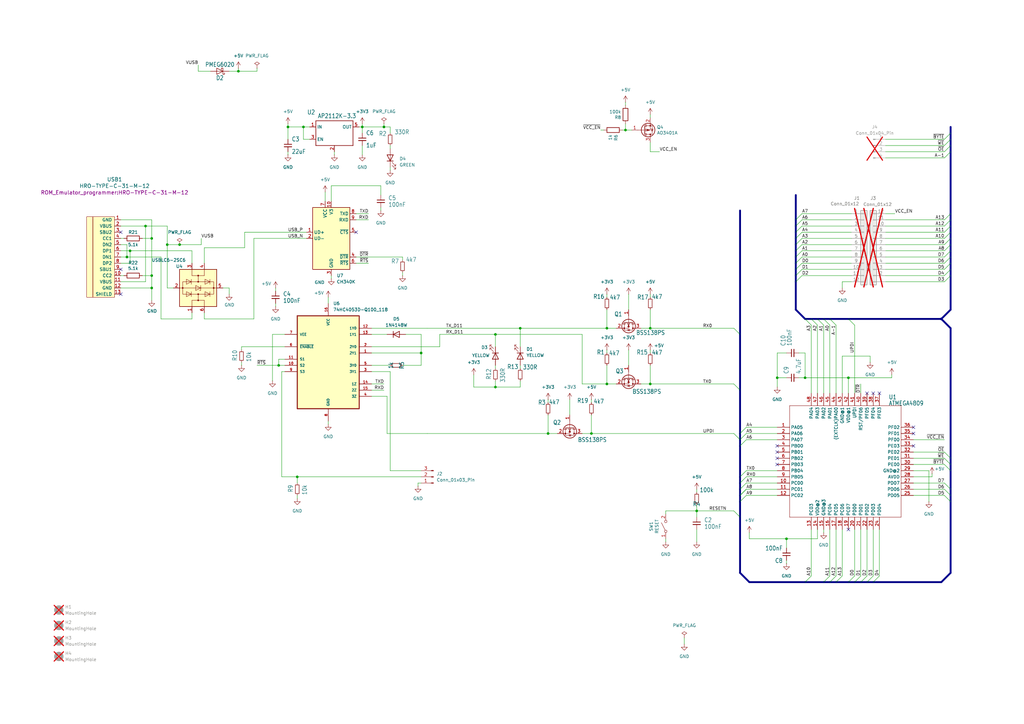
<source format=kicad_sch>
(kicad_sch
	(version 20231120)
	(generator "eeschema")
	(generator_version "8.0")
	(uuid "28fa76d1-9281-4306-81d2-b9e710546d0c")
	(paper "A3")
	(title_block
		(title "ROM Emulator Programmer")
		(date "2024-10-03")
		(rev "0.01")
		(company "Peter & Per")
	)
	
	(junction
		(at 121.92 195.58)
		(diameter 0)
		(color 0 0 0 0)
		(uuid "0d1f6abb-5305-4336-891d-c8ad04a56439")
	)
	(junction
		(at 53.34 102.87)
		(diameter 0)
		(color 0 0 0 0)
		(uuid "25fe08f4-9f66-4d53-a6a3-90a9a5f73936")
	)
	(junction
		(at 347.98 154.94)
		(diameter 0)
		(color 0 0 0 0)
		(uuid "29f471a5-1166-4216-b043-a68044debdba")
	)
	(junction
		(at 285.75 209.55)
		(diameter 0)
		(color 0 0 0 0)
		(uuid "2a734be5-512c-4549-8b37-6658fe51780b")
	)
	(junction
		(at 266.7 157.48)
		(diameter 0)
		(color 0 0 0 0)
		(uuid "3ba4e73c-d70a-4a41-9dd0-0a2a9871bb2f")
	)
	(junction
		(at 62.23 113.03)
		(diameter 0)
		(color 0 0 0 0)
		(uuid "49566c78-2e93-4a70-87a7-beae877b2725")
	)
	(junction
		(at 73.66 100.33)
		(diameter 0)
		(color 0 0 0 0)
		(uuid "52aa08b5-ad6f-410c-b3b8-45e39b58c6f8")
	)
	(junction
		(at 62.23 97.79)
		(diameter 0)
		(color 0 0 0 0)
		(uuid "53f90da0-9f08-4abf-bee0-42b3eed651d0")
	)
	(junction
		(at 213.36 134.62)
		(diameter 0)
		(color 0 0 0 0)
		(uuid "54934003-054f-415a-908a-2d219a23e302")
	)
	(junction
		(at 318.77 154.94)
		(diameter 0)
		(color 0 0 0 0)
		(uuid "5772eb95-057a-49a6-b3fc-f8593202da99")
	)
	(junction
		(at 68.58 100.33)
		(diameter 0)
		(color 0 0 0 0)
		(uuid "5b204ae1-18cb-48a1-8bfc-83bbb69cd4d6")
	)
	(junction
		(at 118.11 52.07)
		(diameter 0)
		(color 0 0 0 0)
		(uuid "5db75ccb-e4fe-40a2-beea-ae9dafcb1ef0")
	)
	(junction
		(at 330.2 154.94)
		(diameter 0)
		(color 0 0 0 0)
		(uuid "628920db-d769-4d82-a99e-f8adb116e895")
	)
	(junction
		(at 203.2 137.16)
		(diameter 0)
		(color 0 0 0 0)
		(uuid "6597da01-b2b9-463e-8794-5d9afb43b4a2")
	)
	(junction
		(at 203.2 158.75)
		(diameter 0)
		(color 0 0 0 0)
		(uuid "690bb759-99bc-4c4c-9f6c-2d99266a44ce")
	)
	(junction
		(at 224.79 177.8)
		(diameter 0)
		(color 0 0 0 0)
		(uuid "7190c1d9-0e32-4fdb-a8d7-3c80efa4016a")
	)
	(junction
		(at 62.23 118.11)
		(diameter 0)
		(color 0 0 0 0)
		(uuid "83226750-bbd5-4926-bda5-792bd20ce125")
	)
	(junction
		(at 322.58 220.98)
		(diameter 0)
		(color 0 0 0 0)
		(uuid "84f033be-32bb-45a0-9234-97ebb0e46b3b")
	)
	(junction
		(at 386.08 130.81)
		(diameter 0)
		(color 0 0 0 0)
		(uuid "9410afe5-3f02-4941-bdbd-949a040e381b")
	)
	(junction
		(at 59.69 92.71)
		(diameter 0)
		(color 0 0 0 0)
		(uuid "95f4ad0f-cbf7-4f0b-853d-1e746aca63b5")
	)
	(junction
		(at 157.48 52.07)
		(diameter 0)
		(color 0 0 0 0)
		(uuid "9b8807cb-1f7d-4f87-8871-26309c860e68")
	)
	(junction
		(at 248.92 157.48)
		(diameter 0)
		(color 0 0 0 0)
		(uuid "b4fc6f02-e341-4c02-8017-9971c9ab3f4e")
	)
	(junction
		(at 114.3 149.86)
		(diameter 0)
		(color 0 0 0 0)
		(uuid "b6c99374-6b94-4b71-a1f3-9485e58af053")
	)
	(junction
		(at 242.57 177.8)
		(diameter 0)
		(color 0 0 0 0)
		(uuid "c7f162f5-4f28-48e2-b665-37283972dda4")
	)
	(junction
		(at 266.7 134.62)
		(diameter 0)
		(color 0 0 0 0)
		(uuid "d2d8463d-db89-4f29-90fa-cb37ab50933d")
	)
	(junction
		(at 148.59 52.07)
		(diameter 0)
		(color 0 0 0 0)
		(uuid "d3db53cd-b126-4577-9067-15d46ac3dc52")
	)
	(junction
		(at 52.07 105.41)
		(diameter 0)
		(color 0 0 0 0)
		(uuid "de18eed2-d3aa-482d-a7b7-d338c262e634")
	)
	(junction
		(at 248.92 134.62)
		(diameter 0)
		(color 0 0 0 0)
		(uuid "e08b558c-5012-48f8-a0c1-4b153d781b82")
	)
	(junction
		(at 124.46 52.07)
		(diameter 0)
		(color 0 0 0 0)
		(uuid "e4945014-46f4-4640-8266-cbb33aeb1d9e")
	)
	(junction
		(at 97.79 29.21)
		(diameter 0)
		(color 0 0 0 0)
		(uuid "e4e4fe5a-3b98-499f-84a0-64c80cf04e96")
	)
	(junction
		(at 256.54 53.34)
		(diameter 0)
		(color 0 0 0 0)
		(uuid "f21ae05e-3001-43fa-b13c-5e5b5e370dd5")
	)
	(junction
		(at 172.72 144.78)
		(diameter 0)
		(color 0 0 0 0)
		(uuid "f5be8b5a-43b4-4d6d-81aa-710ff6672bb6")
	)
	(no_connect
		(at 374.65 182.88)
		(uuid "17edd824-7cb9-4ad6-bf0d-e52851e6fe81")
	)
	(no_connect
		(at 358.14 161.29)
		(uuid "227c5be5-f782-4bb2-99b2-db227c4d58e3")
	)
	(no_connect
		(at 49.53 110.49)
		(uuid "327264a2-1cde-4c2c-b205-7c14a5dbbf5c")
	)
	(no_connect
		(at 347.98 217.17)
		(uuid "33e031f8-b2bf-43a8-b45b-02363745e06c")
	)
	(no_connect
		(at 318.77 185.42)
		(uuid "418a2b17-cd9e-441f-8b25-c4d0d51a66be")
	)
	(no_connect
		(at 318.77 182.88)
		(uuid "5b109c58-2026-4629-8bee-35fe74d70d77")
	)
	(no_connect
		(at 360.68 161.29)
		(uuid "5fbbfa6c-c786-43cd-9118-9a1148b6cd4a")
	)
	(no_connect
		(at 374.65 177.8)
		(uuid "600263bf-5de4-42b8-9169-074ce0852260")
	)
	(no_connect
		(at 49.53 120.65)
		(uuid "8f13f64b-0f5d-4f19-8290-830a7be2430d")
	)
	(no_connect
		(at 355.6 161.29)
		(uuid "b890e99b-a31e-4f71-9a01-f615eb290f71")
	)
	(no_connect
		(at 146.05 95.25)
		(uuid "c15fafae-9b2d-4f94-9859-525f9bb93994")
	)
	(no_connect
		(at 49.53 95.25)
		(uuid "e958ab6e-b7bc-41aa-8552-74f8a03fb1a1")
	)
	(no_connect
		(at 318.77 190.5)
		(uuid "eb2ca0d2-b774-429b-992e-72880025be2b")
	)
	(no_connect
		(at 374.65 175.26)
		(uuid "ed822e95-8a76-4b35-b8aa-35e79fd4e109")
	)
	(no_connect
		(at 318.77 187.96)
		(uuid "f5c85e36-0f25-44ae-8024-1f423dc8cf27")
	)
	(bus_entry
		(at 328.93 113.03)
		(size -2.54 2.54)
		(stroke
			(width 0)
			(type default)
		)
		(uuid "0aa1af16-689c-411d-94ed-9d2f18765aea")
	)
	(bus_entry
		(at 387.35 59.69)
		(size 2.54 -2.54)
		(stroke
			(width 0)
			(type default)
		)
		(uuid "16a685a5-abe1-429b-a85b-7fb5aeb91a98")
	)
	(bus_entry
		(at 328.93 87.63)
		(size -2.54 2.54)
		(stroke
			(width 0)
			(type default)
		)
		(uuid "16fb4579-8076-4569-a889-c74fb0a44e57")
	)
	(bus_entry
		(at 387.35 102.87)
		(size 2.54 -2.54)
		(stroke
			(width 0)
			(type default)
		)
		(uuid "17afc67b-cb84-41c7-a0d3-859bf042dd44")
	)
	(bus_entry
		(at 360.68 236.22)
		(size -2.54 2.54)
		(stroke
			(width 0)
			(type default)
		)
		(uuid "1910cc65-d552-4ede-8a47-7bb05d228f88")
	)
	(bus_entry
		(at 387.35 92.71)
		(size 2.54 -2.54)
		(stroke
			(width 0)
			(type default)
		)
		(uuid "1be8e402-e8e0-462a-9c1d-8b35ca998292")
	)
	(bus_entry
		(at 387.35 107.95)
		(size 2.54 -2.54)
		(stroke
			(width 0)
			(type default)
		)
		(uuid "20bfcef1-00cc-4234-972e-37a3aca6546c")
	)
	(bus_entry
		(at 342.9 236.22)
		(size -2.54 2.54)
		(stroke
			(width 0)
			(type default)
		)
		(uuid "232552e6-d3ce-4323-9878-9d0a815a4fb0")
	)
	(bus_entry
		(at 387.35 95.25)
		(size 2.54 -2.54)
		(stroke
			(width 0)
			(type default)
		)
		(uuid "2485caa4-edea-47d3-8564-cee6ac5cd45e")
	)
	(bus_entry
		(at 328.93 97.79)
		(size -2.54 2.54)
		(stroke
			(width 0)
			(type default)
		)
		(uuid "25026f63-23a1-4fdd-9ba1-d57454297aad")
	)
	(bus_entry
		(at 306.07 200.66)
		(size -2.54 2.54)
		(stroke
			(width 0)
			(type default)
		)
		(uuid "25935f77-39bc-4b3c-a923-1df4383556b3")
	)
	(bus_entry
		(at 306.07 177.8)
		(size -2.54 2.54)
		(stroke
			(width 0)
			(type default)
		)
		(uuid "25ab4834-eba0-46db-85de-b05220deb2bd")
	)
	(bus_entry
		(at 342.9 133.35)
		(size -2.54 -2.54)
		(stroke
			(width 0)
			(type default)
		)
		(uuid "28dc474f-e6e9-4bfe-aaa4-5cf8802ba712")
	)
	(bus_entry
		(at 387.35 200.66)
		(size 2.54 2.54)
		(stroke
			(width 0)
			(type default)
		)
		(uuid "2c1f6dc9-e875-485a-8268-d7844c713a09")
	)
	(bus_entry
		(at 328.93 100.33)
		(size -2.54 2.54)
		(stroke
			(width 0)
			(type default)
		)
		(uuid "2efdf071-883b-4862-b301-80ffe5be0ca0")
	)
	(bus_entry
		(at 387.35 57.15)
		(size 2.54 -2.54)
		(stroke
			(width 0)
			(type default)
		)
		(uuid "2f3f09fe-9c8f-4565-89a0-4fda67bdfe1e")
	)
	(bus_entry
		(at 387.35 110.49)
		(size 2.54 -2.54)
		(stroke
			(width 0)
			(type default)
		)
		(uuid "306f09d3-c117-4330-9407-5c4d49ce0b53")
	)
	(bus_entry
		(at 337.82 133.35)
		(size -2.54 -2.54)
		(stroke
			(width 0)
			(type default)
		)
		(uuid "33649431-c1c8-43cd-9acd-2c9a7d3321e8")
	)
	(bus_entry
		(at 387.35 97.79)
		(size 2.54 -2.54)
		(stroke
			(width 0)
			(type default)
		)
		(uuid "35824b65-6ec4-46e2-b5c4-eac478b69c2b")
	)
	(bus_entry
		(at 387.35 64.77)
		(size 2.54 -2.54)
		(stroke
			(width 0)
			(type default)
		)
		(uuid "4c7cc51e-3724-449d-adbb-3ea092cbc57e")
	)
	(bus_entry
		(at 355.6 236.22)
		(size -2.54 2.54)
		(stroke
			(width 0)
			(type default)
		)
		(uuid "5015131d-c2ac-424e-a78c-0a05714f6fac")
	)
	(bus_entry
		(at 328.93 90.17)
		(size -2.54 2.54)
		(stroke
			(width 0)
			(type default)
		)
		(uuid "51bbb9fa-f4ea-4874-a7d9-4741da0d4ce4")
	)
	(bus_entry
		(at 328.93 102.87)
		(size -2.54 2.54)
		(stroke
			(width 0)
			(type default)
		)
		(uuid "57919088-5913-4eda-b3f9-047a2b97203c")
	)
	(bus_entry
		(at 358.14 236.22)
		(size -2.54 2.54)
		(stroke
			(width 0)
			(type default)
		)
		(uuid "58c68571-7bb1-4e02-969f-0f375d588f18")
	)
	(bus_entry
		(at 306.07 198.12)
		(size -2.54 2.54)
		(stroke
			(width 0)
			(type default)
		)
		(uuid "5d39ca08-1f9e-4a7f-b076-da956f2d39f8")
	)
	(bus_entry
		(at 300.99 157.48)
		(size 2.54 2.54)
		(stroke
			(width 0)
			(type default)
		)
		(uuid "668eecfb-898e-4f3f-9125-ea0e2700ea44")
	)
	(bus_entry
		(at 306.07 180.34)
		(size -2.54 2.54)
		(stroke
			(width 0)
			(type default)
		)
		(uuid "66fa855d-9aab-4934-a28c-54da3fba9912")
	)
	(bus_entry
		(at 387.35 62.23)
		(size 2.54 -2.54)
		(stroke
			(width 0)
			(type default)
		)
		(uuid "69305812-d088-44f4-85c7-a578cdaed436")
	)
	(bus_entry
		(at 387.35 185.42)
		(size 2.54 2.54)
		(stroke
			(width 0)
			(type default)
		)
		(uuid "71ae20e8-c87e-4827-916b-ba5efd75b6be")
	)
	(bus_entry
		(at 387.35 100.33)
		(size 2.54 -2.54)
		(stroke
			(width 0)
			(type default)
		)
		(uuid "7224c973-9db9-4da6-acd6-6fbf779b56fb")
	)
	(bus_entry
		(at 332.74 236.22)
		(size -2.54 2.54)
		(stroke
			(width 0)
			(type default)
		)
		(uuid "7579ff0e-c314-44ab-a8a0-47817b1c8abb")
	)
	(bus_entry
		(at 306.07 193.04)
		(size -2.54 2.54)
		(stroke
			(width 0)
			(type default)
		)
		(uuid "7c422821-4b95-406d-916e-9666fd8aa869")
	)
	(bus_entry
		(at 300.99 134.62)
		(size 2.54 2.54)
		(stroke
			(width 0)
			(type default)
		)
		(uuid "7c9b0bd5-fae6-4cfe-a80f-1c525793abb9")
	)
	(bus_entry
		(at 387.35 113.03)
		(size 2.54 -2.54)
		(stroke
			(width 0)
			(type default)
		)
		(uuid "7f71c6f6-fc39-480a-870c-642f356424fe")
	)
	(bus_entry
		(at 328.93 92.71)
		(size -2.54 2.54)
		(stroke
			(width 0)
			(type default)
		)
		(uuid "7fb0f4c9-65d2-4a8f-a048-ee7a67f238b2")
	)
	(bus_entry
		(at 300.99 177.8)
		(size 2.54 2.54)
		(stroke
			(width 0)
			(type default)
		)
		(uuid "81cecfa1-cb57-4c42-bca6-3ae4b0631463")
	)
	(bus_entry
		(at 306.07 200.66)
		(size -2.54 2.54)
		(stroke
			(width 0)
			(type default)
		)
		(uuid "842ecb31-5cfe-4144-8683-3c6d1331ff77")
	)
	(bus_entry
		(at 387.35 90.17)
		(size 2.54 -2.54)
		(stroke
			(width 0)
			(type default)
		)
		(uuid "85859c3c-9ec5-4020-b4b2-424ee21c7f31")
	)
	(bus_entry
		(at 328.93 95.25)
		(size -2.54 2.54)
		(stroke
			(width 0)
			(type default)
		)
		(uuid "866292a7-49b7-4edc-a078-0b67d6d4ae4c")
	)
	(bus_entry
		(at 340.36 236.22)
		(size -2.54 2.54)
		(stroke
			(width 0)
			(type default)
		)
		(uuid "8790097f-ce2c-4cee-974d-6aba0753c60f")
	)
	(bus_entry
		(at 387.35 105.41)
		(size 2.54 -2.54)
		(stroke
			(width 0)
			(type default)
		)
		(uuid "92d378de-bc20-41a0-a9b1-dc67fc4b1c50")
	)
	(bus_entry
		(at 306.07 203.2)
		(size -2.54 2.54)
		(stroke
			(width 0)
			(type default)
		)
		(uuid "9e30d67c-3181-421c-aea0-c2f47e295343")
	)
	(bus_entry
		(at 387.35 198.12)
		(size 2.54 2.54)
		(stroke
			(width 0)
			(type default)
		)
		(uuid "a09ab4d8-6519-4e2b-a8eb-bd4d95fb7897")
	)
	(bus_entry
		(at 306.07 195.58)
		(size -2.54 2.54)
		(stroke
			(width 0)
			(type default)
		)
		(uuid "a146ad34-41ff-4206-a19d-0be39c0cd6ab")
	)
	(bus_entry
		(at 387.35 187.96)
		(size 2.54 2.54)
		(stroke
			(width 0)
			(type default)
		)
		(uuid "a3a8ab07-58fb-49b6-8265-0000d373c0f4")
	)
	(bus_entry
		(at 328.93 107.95)
		(size -2.54 2.54)
		(stroke
			(width 0)
			(type default)
		)
		(uuid "ae2c274e-1b19-43dc-ba01-7842f12c853c")
	)
	(bus_entry
		(at 345.44 236.22)
		(size -2.54 2.54)
		(stroke
			(width 0)
			(type default)
		)
		(uuid "ae907c98-f150-4cfe-8683-866f547cddc3")
	)
	(bus_entry
		(at 328.93 105.41)
		(size -2.54 2.54)
		(stroke
			(width 0)
			(type default)
		)
		(uuid "aec6c226-2370-48f5-a6b8-7c050a1b034a")
	)
	(bus_entry
		(at 387.35 115.57)
		(size 2.54 -2.54)
		(stroke
			(width 0)
			(type default)
		)
		(uuid "b52cd8fb-a4e1-485e-8296-2595c0d87705")
	)
	(bus_entry
		(at 340.36 133.35)
		(size -2.54 -2.54)
		(stroke
			(width 0)
			(type default)
		)
		(uuid "b71aef7b-0325-4713-b6e1-27f4aba133ac")
	)
	(bus_entry
		(at 328.93 110.49)
		(size -2.54 2.54)
		(stroke
			(width 0)
			(type default)
		)
		(uuid "b943ddf4-d7e8-49fe-a5a8-27433629e951")
	)
	(bus_entry
		(at 300.99 209.55)
		(size 2.54 2.54)
		(stroke
			(width 0)
			(type default)
		)
		(uuid "bd83e3c9-e2a7-47a7-abc0-eefb902aac33")
	)
	(bus_entry
		(at 332.74 133.35)
		(size -2.54 -2.54)
		(stroke
			(width 0)
			(type default)
		)
		(uuid "be8ad4d9-f125-45ee-84c7-8700267dc8d3")
	)
	(bus_entry
		(at 387.35 190.5)
		(size 2.54 2.54)
		(stroke
			(width 0)
			(type default)
		)
		(uuid "c51268ad-6885-4322-8e4d-c67d857e3d23")
	)
	(bus_entry
		(at 353.06 236.22)
		(size -2.54 2.54)
		(stroke
			(width 0)
			(type default)
		)
		(uuid "cf1061d4-aedb-44b3-afee-d2e2aef0f8d9")
	)
	(bus_entry
		(at 306.07 175.26)
		(size -2.54 2.54)
		(stroke
			(width 0)
			(type default)
		)
		(uuid "e3aec4cb-12fc-4eec-864a-0cb00c18c397")
	)
	(bus_entry
		(at 387.35 203.2)
		(size 2.54 2.54)
		(stroke
			(width 0)
			(type default)
		)
		(uuid "e9354dbe-5ab2-445d-afa8-6c25f014f2ea")
	)
	(bus_entry
		(at 335.28 133.35)
		(size -2.54 -2.54)
		(stroke
			(width 0)
			(type default)
		)
		(uuid "eb4e5123-fe35-45e0-a9e4-095e9ee5ea6b")
	)
	(bus_entry
		(at 350.52 236.22)
		(size -2.54 2.54)
		(stroke
			(width 0)
			(type default)
		)
		(uuid "ef562df2-da45-448a-b1c9-9e75f319a6fb")
	)
	(bus_entry
		(at 350.52 133.35)
		(size -2.54 -2.54)
		(stroke
			(width 0)
			(type default)
		)
		(uuid "f94ee951-5821-4e10-8d0b-78426479034e")
	)
	(bus
		(pts
			(xy 389.89 102.87) (xy 389.89 105.41)
		)
		(stroke
			(width 0.762)
			(type solid)
		)
		(uuid "009e38fb-06d8-4f52-a649-342a66806d07")
	)
	(wire
		(pts
			(xy 347.98 154.94) (xy 365.76 154.94)
		)
		(stroke
			(width 0.1524)
			(type solid)
		)
		(uuid "013a424d-0c63-410d-a030-e123de418a7b")
	)
	(wire
		(pts
			(xy 62.23 97.79) (xy 62.23 113.03)
		)
		(stroke
			(width 0)
			(type default)
		)
		(uuid "015919bb-bf9a-4193-8487-a1d36051865d")
	)
	(wire
		(pts
			(xy 256.54 53.34) (xy 259.08 53.34)
		)
		(stroke
			(width 0)
			(type default)
		)
		(uuid "0381a88b-5251-4399-bd12-fa44317dd30d")
	)
	(wire
		(pts
			(xy 374.65 193.04) (xy 381 193.04)
		)
		(stroke
			(width 0)
			(type default)
		)
		(uuid "042e4ed2-7259-4e1d-bf91-590c01946f4d")
	)
	(bus
		(pts
			(xy 326.39 92.71) (xy 326.39 90.17)
		)
		(stroke
			(width 0.762)
			(type solid)
		)
		(uuid "0509aad3-98e1-46b0-b088-0edb29aa5c30")
	)
	(wire
		(pts
			(xy 134.62 121.92) (xy 134.62 124.46)
		)
		(stroke
			(width 0)
			(type default)
		)
		(uuid "052fba4b-da4c-482c-9604-43c5506f6e62")
	)
	(bus
		(pts
			(xy 389.89 110.49) (xy 389.89 113.03)
		)
		(stroke
			(width 0.762)
			(type solid)
		)
		(uuid "0752531a-d6a4-4814-85e2-02e48ec0dbe8")
	)
	(wire
		(pts
			(xy 349.25 105.41) (xy 328.93 105.41)
		)
		(stroke
			(width 0)
			(type default)
		)
		(uuid "08393765-15ca-4832-89b7-61d85d407e61")
	)
	(wire
		(pts
			(xy 285.75 209.55) (xy 285.75 212.09)
		)
		(stroke
			(width 0.1524)
			(type solid)
		)
		(uuid "09a2fcd5-31bc-439a-bec7-893d00ec7144")
	)
	(wire
		(pts
			(xy 238.76 177.8) (xy 242.57 177.8)
		)
		(stroke
			(width 0.1524)
			(type solid)
		)
		(uuid "09b96df1-f1d8-402f-9c78-8dc9c0aa6ae7")
	)
	(wire
		(pts
			(xy 318.77 158.75) (xy 318.77 154.94)
		)
		(stroke
			(width 0)
			(type default)
		)
		(uuid "09c3e1ac-4617-482c-9e3c-dd2907fcde2d")
	)
	(wire
		(pts
			(xy 147.32 52.07) (xy 148.59 52.07)
		)
		(stroke
			(width 0.1524)
			(type solid)
		)
		(uuid "09ca1d16-aeab-4480-b710-8f30bfc75e0e")
	)
	(wire
		(pts
			(xy 66.04 105.41) (xy 66.04 130.81)
		)
		(stroke
			(width 0)
			(type default)
		)
		(uuid "0a049206-63c3-45b7-81ea-36e71c351f4c")
	)
	(wire
		(pts
			(xy 91.44 118.11) (xy 93.98 118.11)
		)
		(stroke
			(width 0)
			(type default)
		)
		(uuid "0b52a2b9-964f-48a9-8b9e-477085330ef3")
	)
	(wire
		(pts
			(xy 121.92 195.58) (xy 172.72 195.58)
		)
		(stroke
			(width 0)
			(type default)
		)
		(uuid "0b5cf8f2-096e-42c2-8b88-f86d1834cb82")
	)
	(wire
		(pts
			(xy 134.62 172.72) (xy 134.62 173.99)
		)
		(stroke
			(width 0)
			(type default)
		)
		(uuid "0d5127a6-a167-4f21-9067-339e2e7ceef1")
	)
	(wire
		(pts
			(xy 213.36 142.24) (xy 213.36 134.62)
		)
		(stroke
			(width 0.1524)
			(type solid)
		)
		(uuid "0dd763da-7cdd-419f-90af-3a458ce0a481")
	)
	(wire
		(pts
			(xy 363.22 87.63) (xy 367.03 87.63)
		)
		(stroke
			(width 0)
			(type default)
		)
		(uuid "0e2acd85-a123-41b7-93c4-ab43a356d450")
	)
	(wire
		(pts
			(xy 118.11 62.23) (xy 118.11 63.5)
		)
		(stroke
			(width 0)
			(type default)
		)
		(uuid "0e4bb3c0-49f2-43ef-a951-3f67164b3b08")
	)
	(wire
		(pts
			(xy 349.25 100.33) (xy 328.93 100.33)
		)
		(stroke
			(width 0)
			(type default)
		)
		(uuid "0ebfff8f-895d-414b-8952-e54f5e5af4a5")
	)
	(wire
		(pts
			(xy 146.05 107.95) (xy 151.13 107.95)
		)
		(stroke
			(width 0)
			(type default)
		)
		(uuid "0fe8d0af-bcd1-44dd-9c0b-2cb075be43ce")
	)
	(wire
		(pts
			(xy 165.1 111.76) (xy 165.1 113.03)
		)
		(stroke
			(width 0)
			(type default)
		)
		(uuid "0ff77c00-fec1-4b33-adef-55d4bf5ae076")
	)
	(wire
		(pts
			(xy 327.66 154.94) (xy 330.2 154.94)
		)
		(stroke
			(width 0.1524)
			(type solid)
		)
		(uuid "11212c01-7978-4656-a750-69f7b1e63e9f")
	)
	(bus
		(pts
			(xy 389.89 113.03) (xy 389.89 127)
		)
		(stroke
			(width 0.762)
			(type solid)
		)
		(uuid "1177ab42-a473-4fd1-9ba0-7f73b4985297")
	)
	(wire
		(pts
			(xy 349.25 90.17) (xy 328.93 90.17)
		)
		(stroke
			(width 0)
			(type default)
		)
		(uuid "12c7cffc-e85d-4800-9f6d-b94edff32052")
	)
	(bus
		(pts
			(xy 342.9 238.76) (xy 347.98 238.76)
		)
		(stroke
			(width 0.762)
			(type solid)
		)
		(uuid "1300f3ec-1477-4228-9d48-992c9e0a6f65")
	)
	(bus
		(pts
			(xy 350.52 238.76) (xy 353.06 238.76)
		)
		(stroke
			(width 0.762)
			(type solid)
		)
		(uuid "16235157-2cf7-4cf5-b472-e5bef53e0c1b")
	)
	(wire
		(pts
			(xy 175.26 177.8) (xy 224.79 177.8)
		)
		(stroke
			(width 0.1524)
			(type solid)
		)
		(uuid "16986530-80d7-48cb-91d0-4d078eb5b791")
	)
	(bus
		(pts
			(xy 353.06 238.76) (xy 355.6 238.76)
		)
		(stroke
			(width 0.762)
			(type solid)
		)
		(uuid "1744e8ae-2f53-4a25-b5a2-90744d83b232")
	)
	(bus
		(pts
			(xy 389.89 97.79) (xy 389.89 100.33)
		)
		(stroke
			(width 0.762)
			(type solid)
		)
		(uuid "1756d4fc-8430-4535-8587-3ddbfc109c60")
	)
	(wire
		(pts
			(xy 115.57 195.58) (xy 121.92 195.58)
		)
		(stroke
			(width 0)
			(type default)
		)
		(uuid "1804159d-5d95-4350-94e9-bca4f08e878b")
	)
	(wire
		(pts
			(xy 228.6 177.8) (xy 224.79 177.8)
		)
		(stroke
			(width 0.1524)
			(type solid)
		)
		(uuid "187cb4fc-7dbd-4cd1-bba4-a32961953a1d")
	)
	(bus
		(pts
			(xy 326.39 105.41) (xy 326.39 102.87)
		)
		(stroke
			(width 0.762)
			(type solid)
		)
		(uuid "18ad8ee6-dda0-42f9-9290-c2e84f19e80d")
	)
	(wire
		(pts
			(xy 160.02 152.4) (xy 160.02 193.04)
		)
		(stroke
			(width 0)
			(type default)
		)
		(uuid "1983c23b-6fcb-4416-aee0-8a4e17c77057")
	)
	(wire
		(pts
			(xy 158.75 177.8) (xy 175.26 177.8)
		)
		(stroke
			(width 0)
			(type default)
		)
		(uuid "1cbd6778-760c-4ee9-8e5e-96833a8ee8b4")
	)
	(wire
		(pts
			(xy 318.77 195.58) (xy 306.07 195.58)
		)
		(stroke
			(width 0.1524)
			(type solid)
		)
		(uuid "1eab1aa2-e84d-4cc1-b606-b47612e8b88b")
	)
	(wire
		(pts
			(xy 318.77 154.94) (xy 322.58 154.94)
		)
		(stroke
			(width 0)
			(type default)
		)
		(uuid "1eb334ba-07be-46cf-91b9-6057a111fdcb")
	)
	(wire
		(pts
			(xy 62.23 113.03) (xy 62.23 118.11)
		)
		(stroke
			(width 0)
			(type default)
		)
		(uuid "1ec0a4bb-c245-46b2-b58d-26cdaf073780")
	)
	(wire
		(pts
			(xy 349.25 92.71) (xy 328.93 92.71)
		)
		(stroke
			(width 0)
			(type default)
		)
		(uuid "2018ab69-1b58-4b1c-be6d-630c9493131b")
	)
	(wire
		(pts
			(xy 194.31 158.75) (xy 203.2 158.75)
		)
		(stroke
			(width 0)
			(type default)
		)
		(uuid "20b7ee20-30c5-46c9-a107-3283254549af")
	)
	(wire
		(pts
			(xy 340.36 161.29) (xy 340.36 133.35)
		)
		(stroke
			(width 0.1524)
			(type solid)
		)
		(uuid "20fb9ccb-4ef5-469b-88ab-fd2d1ed94c7e")
	)
	(wire
		(pts
			(xy 273.05 220.98) (xy 273.05 222.25)
		)
		(stroke
			(width 0)
			(type default)
		)
		(uuid "214a7ee8-8efd-4ad8-a40a-91e79ad8be86")
	)
	(wire
		(pts
			(xy 152.4 134.62) (xy 175.26 134.62)
		)
		(stroke
			(width 0)
			(type default)
		)
		(uuid "217b16ee-b803-4f3e-af6d-0d6c4e0fd9c1")
	)
	(wire
		(pts
			(xy 363.22 92.71) (xy 387.35 92.71)
		)
		(stroke
			(width 0)
			(type default)
		)
		(uuid "21d72ae5-41c2-4531-8ed7-777e28225e5c")
	)
	(wire
		(pts
			(xy 266.7 134.62) (xy 300.99 134.62)
		)
		(stroke
			(width 0.1524)
			(type solid)
		)
		(uuid "21fd52e5-5515-461c-84f7-3112a5a1f945")
	)
	(wire
		(pts
			(xy 53.34 102.87) (xy 78.74 102.87)
		)
		(stroke
			(width 0)
			(type default)
		)
		(uuid "22be691a-d2f7-4b76-82b7-b3454c5f6574")
	)
	(wire
		(pts
			(xy 62.23 118.11) (xy 62.23 123.19)
		)
		(stroke
			(width 0)
			(type default)
		)
		(uuid "2300fff3-6ac5-49f7-85d8-0262eb9d8349")
	)
	(wire
		(pts
			(xy 203.2 142.24) (xy 203.2 137.16)
		)
		(stroke
			(width 0.1524)
			(type solid)
		)
		(uuid "231165a3-4e2f-4693-8bf1-8dff36d0f418")
	)
	(bus
		(pts
			(xy 303.53 200.66) (xy 303.53 198.12)
		)
		(stroke
			(width 0.762)
			(type solid)
		)
		(uuid "2378be87-b70d-48b9-9032-240b9e5821df")
	)
	(wire
		(pts
			(xy 285.75 209.55) (xy 273.05 209.55)
		)
		(stroke
			(width 0.1524)
			(type solid)
		)
		(uuid "23ae37f7-0064-4193-ab8e-d6a22a1e843d")
	)
	(bus
		(pts
			(xy 326.39 107.95) (xy 326.39 105.41)
		)
		(stroke
			(width 0.762)
			(type solid)
		)
		(uuid "23b08d59-f152-479e-8bfd-78fe22932cfc")
	)
	(wire
		(pts
			(xy 248.92 127) (xy 248.92 134.62)
		)
		(stroke
			(width 0.1524)
			(type solid)
		)
		(uuid "23c7bfe4-eaa0-4bfb-9f62-3e2c701899e5")
	)
	(wire
		(pts
			(xy 148.59 52.07) (xy 148.59 50.8)
		)
		(stroke
			(width 0.1524)
			(type solid)
		)
		(uuid "244e53d4-5e2c-4aaa-a796-d3fea53c68b3")
	)
	(bus
		(pts
			(xy 389.89 62.23) (xy 389.89 87.63)
		)
		(stroke
			(width 0.762)
			(type solid)
		)
		(uuid "24dd2c5d-86f0-4ec5-b6e4-6ee4c7cab5bd")
	)
	(bus
		(pts
			(xy 307.34 238.76) (xy 303.53 234.95)
		)
		(stroke
			(width 0.762)
			(type solid)
		)
		(uuid "24f9edcc-32d4-4da1-92c1-6a803eab182c")
	)
	(wire
		(pts
			(xy 105.41 29.21) (xy 105.41 27.94)
		)
		(stroke
			(width 0)
			(type default)
		)
		(uuid "25e47d13-f83c-4b36-918e-de41ac914996")
	)
	(bus
		(pts
			(xy 303.53 203.2) (xy 303.53 205.74)
		)
		(stroke
			(width 0.762)
			(type solid)
		)
		(uuid "27755419-bda5-4635-9da3-d7b708346a7f")
	)
	(wire
		(pts
			(xy 266.7 143.51) (xy 266.7 144.78)
		)
		(stroke
			(width 0)
			(type default)
		)
		(uuid "2adaaf9d-6341-4463-b2c2-fd4670cc39cd")
	)
	(bus
		(pts
			(xy 326.39 80.01) (xy 326.39 90.17)
		)
		(stroke
			(width 0.762)
			(type solid)
		)
		(uuid "2ba86e6b-d314-4e63-a775-66d93ff94e5a")
	)
	(bus
		(pts
			(xy 303.53 160.02) (xy 303.53 137.16)
		)
		(stroke
			(width 0.762)
			(type solid)
		)
		(uuid "2c66870b-d0b8-4b83-9a66-233c4359d44b")
	)
	(wire
		(pts
			(xy 318.77 144.78) (xy 322.58 144.78)
		)
		(stroke
			(width 0)
			(type default)
		)
		(uuid "2cfda724-8e8a-41e3-80f9-005fa80ad197")
	)
	(wire
		(pts
			(xy 248.92 149.86) (xy 248.92 157.48)
		)
		(stroke
			(width 0.1524)
			(type solid)
		)
		(uuid "2d135478-c8e9-4c22-93a5-86ce57f71e7c")
	)
	(wire
		(pts
			(xy 49.53 92.71) (xy 59.69 92.71)
		)
		(stroke
			(width 0)
			(type default)
		)
		(uuid "2de501c6-8a0d-43ab-a625-7e56e9567fee")
	)
	(bus
		(pts
			(xy 358.14 238.76) (xy 386.08 238.76)
		)
		(stroke
			(width 0.762)
			(type solid)
		)
		(uuid "2e71ef3f-af3f-44df-8112-312e0ae37782")
	)
	(wire
		(pts
			(xy 363.22 115.57) (xy 387.35 115.57)
		)
		(stroke
			(width 0)
			(type default)
		)
		(uuid "2f04fef7-6359-4dee-97c3-872a2308cf02")
	)
	(bus
		(pts
			(xy 332.74 130.81) (xy 330.2 130.81)
		)
		(stroke
			(width 0.762)
			(type solid)
		)
		(uuid "2fd66dbb-d7f1-42f5-8a28-156223f96917")
	)
	(bus
		(pts
			(xy 389.89 234.95) (xy 389.89 205.74)
		)
		(stroke
			(width 0.762)
			(type solid)
		)
		(uuid "30b3fd97-8875-468e-8bbd-29b1e6ea0f41")
	)
	(wire
		(pts
			(xy 356.87 148.59) (xy 356.87 146.05)
		)
		(stroke
			(width 0)
			(type default)
		)
		(uuid "31868d51-0a97-4c33-95c5-57011daea4f7")
	)
	(wire
		(pts
			(xy 166.37 137.16) (xy 172.72 137.16)
		)
		(stroke
			(width 0)
			(type default)
		)
		(uuid "32fc3a44-dd95-4980-821a-acb2266f51af")
	)
	(wire
		(pts
			(xy 172.72 144.78) (xy 172.72 137.16)
		)
		(stroke
			(width 0)
			(type default)
		)
		(uuid "338f900e-44ef-4935-88ce-7e65c81d4981")
	)
	(wire
		(pts
			(xy 114.3 147.32) (xy 114.3 149.86)
		)
		(stroke
			(width 0)
			(type default)
		)
		(uuid "343b6689-ae80-44d4-913f-51c1b9c6248e")
	)
	(wire
		(pts
			(xy 58.42 97.79) (xy 62.23 97.79)
		)
		(stroke
			(width 0)
			(type default)
		)
		(uuid "34913f22-09d2-4c06-8649-234e8665a34d")
	)
	(wire
		(pts
			(xy 113.03 118.11) (xy 113.03 119.38)
		)
		(stroke
			(width 0)
			(type default)
		)
		(uuid "34da4228-f370-437c-b988-f24ea289f74e")
	)
	(bus
		(pts
			(xy 389.89 200.66) (xy 389.89 193.04)
		)
		(stroke
			(width 0.762)
			(type solid)
		)
		(uuid "35137d75-cbac-4a59-9a03-826fe702466c")
	)
	(wire
		(pts
			(xy 213.36 149.86) (xy 213.36 151.13)
		)
		(stroke
			(width 0)
			(type default)
		)
		(uuid "35378b14-3990-4e5e-91e7-cf2e4b7c4e2c")
	)
	(wire
		(pts
			(xy 328.93 107.95) (xy 349.25 107.95)
		)
		(stroke
			(width 0)
			(type default)
		)
		(uuid "35ab9d8f-d203-46b2-bd98-94bb4d97c0ea")
	)
	(wire
		(pts
			(xy 255.27 53.34) (xy 256.54 53.34)
		)
		(stroke
			(width 0)
			(type default)
		)
		(uuid "3766d906-4b6b-4091-b532-dc0a3179d153")
	)
	(wire
		(pts
			(xy 99.06 148.59) (xy 99.06 149.86)
		)
		(stroke
			(width 0)
			(type default)
		)
		(uuid "39378f87-e573-4181-8ca6-5da0e7a51f9c")
	)
	(wire
		(pts
			(xy 381 193.04) (xy 381 205.74)
		)
		(stroke
			(width 0)
			(type default)
		)
		(uuid "3a2078cc-5cd1-4839-9088-ea1d7e726567")
	)
	(wire
		(pts
			(xy 118.11 52.07) (xy 118.11 57.15)
		)
		(stroke
			(width 0.1524)
			(type solid)
		)
		(uuid "3ad637be-ab5c-41ee-8c61-b2bad995a4a0")
	)
	(wire
		(pts
			(xy 68.58 118.11) (xy 71.12 118.11)
		)
		(stroke
			(width 0)
			(type default)
		)
		(uuid "3bbb893f-6ca9-4510-bbe3-d28752a6395d")
	)
	(wire
		(pts
			(xy 374.65 190.5) (xy 387.35 190.5)
		)
		(stroke
			(width 0.1524)
			(type solid)
		)
		(uuid "3c3163a8-fc90-476d-8cf5-87ef721a3cf0")
	)
	(wire
		(pts
			(xy 104.14 97.79) (xy 104.14 130.81)
		)
		(stroke
			(width 0)
			(type default)
		)
		(uuid "3cbab137-a3b3-4dbe-aaa0-38d4538b3189")
	)
	(wire
		(pts
			(xy 83.82 101.6) (xy 83.82 107.95)
		)
		(stroke
			(width 0)
			(type default)
		)
		(uuid "3cda15b6-1f5a-42e5-af9b-6cacb27a245a")
	)
	(wire
		(pts
			(xy 152.4 137.16) (xy 158.75 137.16)
		)
		(stroke
			(width 0)
			(type default)
		)
		(uuid "3d1b4fc1-00f4-49b7-be82-f9a4d2257429")
	)
	(wire
		(pts
			(xy 83.82 130.81) (xy 104.14 130.81)
		)
		(stroke
			(width 0)
			(type default)
		)
		(uuid "3dbe20ec-ed3c-434a-973b-7d816d016d23")
	)
	(wire
		(pts
			(xy 318.77 203.2) (xy 306.07 203.2)
		)
		(stroke
			(width 0.1524)
			(type solid)
		)
		(uuid "3dbe62f7-dc53-4a23-99be-34f981a57410")
	)
	(wire
		(pts
			(xy 335.28 161.29) (xy 335.28 133.35)
		)
		(stroke
			(width 0.1524)
			(type solid)
		)
		(uuid "3e5c746d-ae0b-4327-91f2-63f01bcda125")
	)
	(wire
		(pts
			(xy 62.23 90.17) (xy 62.23 97.79)
		)
		(stroke
			(width 0)
			(type default)
		)
		(uuid "3f0df521-bc5a-4081-878d-c025f03eae8c")
	)
	(wire
		(pts
			(xy 213.36 158.75) (xy 213.36 156.21)
		)
		(stroke
			(width 0.1524)
			(type solid)
		)
		(uuid "3f17a8c3-f69b-4ea0-814c-0b027286e1ce")
	)
	(wire
		(pts
			(xy 257.81 143.51) (xy 257.81 149.86)
		)
		(stroke
			(width 0)
			(type default)
		)
		(uuid "3f20a456-9c9b-46ce-8c5a-a86c0f8e7e34")
	)
	(bus
		(pts
			(xy 389.89 100.33) (xy 389.89 102.87)
		)
		(stroke
			(width 0.762)
			(type solid)
		)
		(uuid "42247e34-6ad4-4062-bbed-fdd54086d6ab")
	)
	(wire
		(pts
			(xy 194.31 153.67) (xy 194.31 158.75)
		)
		(stroke
			(width 0)
			(type default)
		)
		(uuid "430ca375-911b-4a68-9dc8-917ca67cd21a")
	)
	(wire
		(pts
			(xy 49.53 107.95) (xy 53.34 107.95)
		)
		(stroke
			(width 0)
			(type default)
		)
		(uuid "44ad6771-8d72-4b7c-803a-c7dace71088c")
	)
	(wire
		(pts
			(xy 158.75 162.56) (xy 158.75 177.8)
		)
		(stroke
			(width 0)
			(type default)
		)
		(uuid "44c3df53-5df7-487b-8389-d57f2ee3e263")
	)
	(bus
		(pts
			(xy 389.89 107.95) (xy 389.89 110.49)
		)
		(stroke
			(width 0.762)
			(type solid)
		)
		(uuid "45fd6200-c9e2-49c0-a7a1-3cdca12f2739")
	)
	(bus
		(pts
			(xy 347.98 130.81) (xy 386.08 130.81)
		)
		(stroke
			(width 0.762)
			(type solid)
		)
		(uuid "464bd627-43c9-442c-a223-b74092088466")
	)
	(wire
		(pts
			(xy 53.34 102.87) (xy 53.34 107.95)
		)
		(stroke
			(width 0)
			(type default)
		)
		(uuid "48067404-e5ff-46dc-9842-fdc3924513f8")
	)
	(wire
		(pts
			(xy 242.57 177.8) (xy 242.57 170.18)
		)
		(stroke
			(width 0.1524)
			(type solid)
		)
		(uuid "48f91848-daf6-419f-8845-4a80a3e6bfc4")
	)
	(wire
		(pts
			(xy 342.9 217.17) (xy 342.9 236.22)
		)
		(stroke
			(width 0.1524)
			(type solid)
		)
		(uuid "4a2c3157-883d-4a67-b226-16efee8e353e")
	)
	(bus
		(pts
			(xy 326.39 115.57) (xy 326.39 127)
		)
		(stroke
			(width 0.762)
			(type solid)
		)
		(uuid "4b3510aa-ade1-49d9-861c-0a7c0789553c")
	)
	(wire
		(pts
			(xy 374.65 187.96) (xy 387.35 187.96)
		)
		(stroke
			(width 0.1524)
			(type solid)
		)
		(uuid "4b4afb1f-970c-47de-a1a9-4474a9510e6f")
	)
	(wire
		(pts
			(xy 105.41 149.86) (xy 114.3 149.86)
		)
		(stroke
			(width 0)
			(type default)
		)
		(uuid "4be03aab-5588-4213-9f0e-a22fd6acfd3c")
	)
	(wire
		(pts
			(xy 180.34 142.24) (xy 180.34 137.16)
		)
		(stroke
			(width 0)
			(type default)
		)
		(uuid "4cda8fd4-9c31-4451-a512-4ca52e4919af")
	)
	(wire
		(pts
			(xy 363.22 102.87) (xy 387.35 102.87)
		)
		(stroke
			(width 0)
			(type default)
		)
		(uuid "4d267e40-3400-4eb2-9921-08f198317340")
	)
	(bus
		(pts
			(xy 389.89 59.69) (xy 389.89 62.23)
		)
		(stroke
			(width 0.762)
			(type solid)
		)
		(uuid "4d762587-4fc1-4bde-9a1e-66a9d7ad4cec")
	)
	(wire
		(pts
			(xy 266.7 127) (xy 266.7 134.62)
		)
		(stroke
			(width 0.1524)
			(type solid)
		)
		(uuid "4dcc5168-3c5d-49be-ab5b-2a6ab808b5e7")
	)
	(wire
		(pts
			(xy 363.22 90.17) (xy 387.35 90.17)
		)
		(stroke
			(width 0)
			(type default)
		)
		(uuid "4e6b6134-c8cd-41bd-ba11-37a526147be7")
	)
	(wire
		(pts
			(xy 224.79 170.18) (xy 224.79 177.8)
		)
		(stroke
			(width 0.1524)
			(type solid)
		)
		(uuid "4e7944e8-c8a1-47f0-8404-8c10425d4371")
	)
	(bus
		(pts
			(xy 326.39 100.33) (xy 326.39 97.79)
		)
		(stroke
			(width 0.762)
			(type solid)
		)
		(uuid "4f228194-5a2b-48ff-9b59-507ef2651be2")
	)
	(wire
		(pts
			(xy 332.74 217.17) (xy 332.74 236.22)
		)
		(stroke
			(width 0.1524)
			(type solid)
		)
		(uuid "4fbfd55d-3b5e-49b9-a992-26dccdb9952e")
	)
	(wire
		(pts
			(xy 349.25 95.25) (xy 328.93 95.25)
		)
		(stroke
			(width 0)
			(type default)
		)
		(uuid "51b46f20-4ddb-46ae-8a2e-07e95f68aeff")
	)
	(wire
		(pts
			(xy 328.93 110.49) (xy 349.25 110.49)
		)
		(stroke
			(width 0)
			(type default)
		)
		(uuid "51e01e5f-466f-4da0-a4b5-5e6a5e5fc490")
	)
	(wire
		(pts
			(xy 363.22 59.69) (xy 387.35 59.69)
		)
		(stroke
			(width 0)
			(type default)
		)
		(uuid "52838618-db94-4b7d-b295-fff73a5bc0d1")
	)
	(bus
		(pts
			(xy 389.89 205.74) (xy 389.89 203.2)
		)
		(stroke
			(width 0.762)
			(type solid)
		)
		(uuid "528c3144-fc25-42ca-8e9c-ceda5b5d2983")
	)
	(wire
		(pts
			(xy 99.06 142.24) (xy 116.84 142.24)
		)
		(stroke
			(width 0)
			(type default)
		)
		(uuid "52cfab37-9574-4908-aabf-1c0359213bf3")
	)
	(bus
		(pts
			(xy 303.53 180.34) (xy 303.53 182.88)
		)
		(stroke
			(width 0.762)
			(type solid)
		)
		(uuid "540f3672-0a18-4484-9395-4f189f6faae9")
	)
	(wire
		(pts
			(xy 49.53 100.33) (xy 52.07 100.33)
		)
		(stroke
			(width 0)
			(type default)
		)
		(uuid "56f344a8-80de-4007-8ee4-c33d4635c21b")
	)
	(bus
		(pts
			(xy 389.89 57.15) (xy 389.89 59.69)
		)
		(stroke
			(width 0.762)
			(type solid)
		)
		(uuid "57260ec8-b263-44c1-95a3-744f625fc06f")
	)
	(wire
		(pts
			(xy 116.84 152.4) (xy 115.57 152.4)
		)
		(stroke
			(width 0)
			(type default)
		)
		(uuid "5934f165-8189-416c-a39a-c21b5e8f361b")
	)
	(wire
		(pts
			(xy 340.36 217.17) (xy 340.36 236.22)
		)
		(stroke
			(width 0.1524)
			(type solid)
		)
		(uuid "5ac1cfb5-a2bd-48ef-9ae1-b0d6effde809")
	)
	(bus
		(pts
			(xy 326.39 113.03) (xy 326.39 110.49)
		)
		(stroke
			(width 0.762)
			(type solid)
		)
		(uuid "5b188661-b4fe-496b-ada1-893c199eff15")
	)
	(wire
		(pts
			(xy 322.58 220.98) (xy 335.28 220.98)
		)
		(stroke
			(width 0.1524)
			(type solid)
		)
		(uuid "5b5a79ff-c900-4361-bcd0-bf23c8938080")
	)
	(bus
		(pts
			(xy 389.89 87.63) (xy 389.89 90.17)
		)
		(stroke
			(width 0.762)
			(type solid)
		)
		(uuid "5be45dd0-da76-41f6-8c79-c2505a723a8f")
	)
	(wire
		(pts
			(xy 363.22 113.03) (xy 387.35 113.03)
		)
		(stroke
			(width 0)
			(type default)
		)
		(uuid "5c3024cb-eb1e-41d1-bf46-a830ef54c7f8")
	)
	(bus
		(pts
			(xy 340.36 130.81) (xy 337.82 130.81)
		)
		(stroke
			(width 0.762)
			(type solid)
		)
		(uuid "5cba037b-33ca-4908-932d-53bce53f791b")
	)
	(wire
		(pts
			(xy 349.25 87.63) (xy 328.93 87.63)
		)
		(stroke
			(width 0)
			(type default)
		)
		(uuid "5d59aab2-68ff-4e15-9519-503b3e1219b9")
	)
	(wire
		(pts
			(xy 318.77 180.34) (xy 306.07 180.34)
		)
		(stroke
			(width 0.1524)
			(type solid)
		)
		(uuid "5df90d54-219e-46b7-a5d7-867888e776e0")
	)
	(wire
		(pts
			(xy 318.77 144.78) (xy 318.77 154.94)
		)
		(stroke
			(width 0)
			(type default)
		)
		(uuid "5e55bd39-69e2-4fa7-a9e7-333519182a98")
	)
	(bus
		(pts
			(xy 303.53 203.2) (xy 303.53 200.66)
		)
		(stroke
			(width 0.762)
			(type solid)
		)
		(uuid "5e9e7b8c-131c-49a7-a946-29dc6102c83b")
	)
	(bus
		(pts
			(xy 386.08 238.76) (xy 389.89 234.95)
		)
		(stroke
			(width 0.762)
			(type solid)
		)
		(uuid "5ebb0baf-ab2d-4b2e-a2cd-37b7b746016f")
	)
	(wire
		(pts
			(xy 152.4 157.48) (xy 157.48 157.48)
		)
		(stroke
			(width 0)
			(type default)
		)
		(uuid "5ede97ad-3783-4a46-848d-693aceafd07e")
	)
	(wire
		(pts
			(xy 337.82 161.29) (xy 337.82 133.35)
		)
		(stroke
			(width 0.1524)
			(type solid)
		)
		(uuid "60eb3ac3-ee0e-4bfb-b68a-5c080af6e9df")
	)
	(wire
		(pts
			(xy 285.75 209.55) (xy 300.99 209.55)
		)
		(stroke
			(width 0.1524)
			(type solid)
		)
		(uuid "627b965c-0466-4095-ba90-cbbfe722c50b")
	)
	(wire
		(pts
			(xy 121.92 203.2) (xy 121.92 204.47)
		)
		(stroke
			(width 0)
			(type default)
		)
		(uuid "631b639e-2f77-4f21-aa13-53bd4b958c72")
	)
	(wire
		(pts
			(xy 52.07 100.33) (xy 52.07 105.41)
		)
		(stroke
			(width 0)
			(type default)
		)
		(uuid "64bb6723-a406-4556-bd7f-fa97ffd78ac7")
	)
	(wire
		(pts
			(xy 332.74 133.35) (xy 332.74 161.29)
		)
		(stroke
			(width 0.1524)
			(type solid)
		)
		(uuid "65a0a3d8-6ac9-403d-bde5-77ef36a7b587")
	)
	(wire
		(pts
			(xy 363.22 64.77) (xy 387.35 64.77)
		)
		(stroke
			(width 0)
			(type default)
		)
		(uuid "65c6442c-811b-4e41-ba35-06d3111633b9")
	)
	(wire
		(pts
			(xy 135.89 113.03) (xy 135.89 114.3)
		)
		(stroke
			(width 0)
			(type default)
		)
		(uuid "65f00cc5-9866-434c-a036-c328dbfe7027")
	)
	(wire
		(pts
			(xy 266.7 58.42) (xy 266.7 62.23)
		)
		(stroke
			(width 0)
			(type default)
		)
		(uuid "667a9631-d64c-4dd1-9e90-e0ca699bb6a9")
	)
	(bus
		(pts
			(xy 389.89 134.62) (xy 386.08 130.81)
		)
		(stroke
			(width 0.762)
			(type solid)
		)
		(uuid "677faa6b-7058-4778-81fe-79f9d179fa7e")
	)
	(wire
		(pts
			(xy 285.75 222.25) (xy 285.75 217.17)
		)
		(stroke
			(width 0.1524)
			(type solid)
		)
		(uuid "679e6ae0-378f-4013-881e-fca6bb7b87c7")
	)
	(wire
		(pts
			(xy 262.89 134.62) (xy 266.7 134.62)
		)
		(stroke
			(width 0.1524)
			(type solid)
		)
		(uuid "6840732f-275d-4058-9b0b-5863f94d6d06")
	)
	(bus
		(pts
			(xy 337.82 130.81) (xy 335.28 130.81)
		)
		(stroke
			(width 0.762)
			(type solid)
		)
		(uuid "684ff96d-b28e-4dea-87b6-35b1857e7df0")
	)
	(wire
		(pts
			(xy 165.1 149.86) (xy 172.72 149.86)
		)
		(stroke
			(width 0)
			(type default)
		)
		(uuid "6864f1e8-2b35-4377-968a-333faaf4fc8d")
	)
	(wire
		(pts
			(xy 148.59 54.61) (xy 148.59 52.07)
		)
		(stroke
			(width 0.1524)
			(type solid)
		)
		(uuid "691983db-0412-48fd-a515-b17400674523")
	)
	(bus
		(pts
			(xy 389.89 203.2) (xy 389.89 200.66)
		)
		(stroke
			(width 0.762)
			(type solid)
		)
		(uuid "693c18fc-82a5-47d9-8412-c16ea3d2fc7b")
	)
	(wire
		(pts
			(xy 322.58 229.87) (xy 322.58 231.14)
		)
		(stroke
			(width 0)
			(type default)
		)
		(uuid "6da505f4-333e-4999-85c5-2d368b912f98")
	)
	(wire
		(pts
			(xy 124.46 52.07) (xy 127 52.07)
		)
		(stroke
			(width 0.1524)
			(type solid)
		)
		(uuid "6eb15f9b-6332-441b-a4e3-bb708ada0b4c")
	)
	(wire
		(pts
			(xy 118.11 50.8) (xy 118.11 52.07)
		)
		(stroke
			(width 0.1524)
			(type solid)
		)
		(uuid "6f5999f9-2696-4348-9334-4a39812af0ad")
	)
	(bus
		(pts
			(xy 355.6 238.76) (xy 358.14 238.76)
		)
		(stroke
			(width 0.762)
			(type solid)
		)
		(uuid "6fbff3f1-84b3-49b4-ac3c-2a6488145dfd")
	)
	(wire
		(pts
			(xy 266.7 120.65) (xy 266.7 121.92)
		)
		(stroke
			(width 0)
			(type default)
		)
		(uuid "6ff4bcf5-37b4-4eb8-a8d8-65680020e85c")
	)
	(wire
		(pts
			(xy 93.98 29.21) (xy 97.79 29.21)
		)
		(stroke
			(width 0)
			(type default)
		)
		(uuid "70bd1022-01e2-45fb-bbbb-9131be95a71c")
	)
	(wire
		(pts
			(xy 242.57 163.83) (xy 242.57 165.1)
		)
		(stroke
			(width 0)
			(type default)
		)
		(uuid "710f564e-a24c-442a-996a-40a4512581a7")
	)
	(wire
		(pts
			(xy 330.2 144.78) (xy 330.2 154.94)
		)
		(stroke
			(width 0)
			(type default)
		)
		(uuid "7223c1ce-57ad-4ad5-a852-e0761f49f665")
	)
	(wire
		(pts
			(xy 382.27 194.31) (xy 382.27 195.58)
		)
		(stroke
			(width 0)
			(type default)
		)
		(uuid "728b471d-0d4f-4ace-b7ff-8f2ee2882bb0")
	)
	(wire
		(pts
			(xy 248.92 143.51) (xy 248.92 144.78)
		)
		(stroke
			(width 0)
			(type default)
		)
		(uuid "74e035fd-9f73-42da-994b-a8e6d657ac96")
	)
	(wire
		(pts
			(xy 58.42 113.03) (xy 62.23 113.03)
		)
		(stroke
			(width 0)
			(type default)
		)
		(uuid "75d8886d-9b45-43e5-923b-4ca541965854")
	)
	(bus
		(pts
			(xy 347.98 238.76) (xy 350.52 238.76)
		)
		(stroke
			(width 0.762)
			(type solid)
		)
		(uuid "777dc234-a572-46fe-a7b8-a351a83a701b")
	)
	(wire
		(pts
			(xy 363.22 97.79) (xy 387.35 97.79)
		)
		(stroke
			(width 0)
			(type default)
		)
		(uuid "793c545d-027f-4f60-b78e-6108e638ecea")
	)
	(wire
		(pts
			(xy 345.44 118.11) (xy 345.44 115.57)
		)
		(stroke
			(width 0)
			(type default)
		)
		(uuid "7950cbe4-d02d-4eb9-9dae-657eff98be8a")
	)
	(wire
		(pts
			(xy 374.65 200.66) (xy 387.35 200.66)
		)
		(stroke
			(width 0.1524)
			(type solid)
		)
		(uuid "79d1a8c5-9cca-4b8a-849c-70649d1099d2")
	)
	(wire
		(pts
			(xy 82.55 97.79) (xy 82.55 100.33)
		)
		(stroke
			(width 0)
			(type default)
		)
		(uuid "7b307c4a-eb75-4ccc-aceb-3031ee8c905c")
	)
	(wire
		(pts
			(xy 146.05 90.17) (xy 151.13 90.17)
		)
		(stroke
			(width 0)
			(type default)
		)
		(uuid "7bb373de-4d4f-4907-a13e-038933a4326d")
	)
	(wire
		(pts
			(xy 328.93 113.03) (xy 349.25 113.03)
		)
		(stroke
			(width 0)
			(type default)
		)
		(uuid "7d536e7d-a804-4415-b3bc-347b8bff220f")
	)
	(wire
		(pts
			(xy 318.77 177.8) (xy 306.07 177.8)
		)
		(stroke
			(width 0.1524)
			(type solid)
		)
		(uuid "7e4da238-f1c7-4094-afc3-585f55f34d8a")
	)
	(wire
		(pts
			(xy 233.68 163.83) (xy 233.68 170.18)
		)
		(stroke
			(width 0)
			(type default)
		)
		(uuid "7f54dc30-4ce1-46d5-8d8b-18e5c8521db1")
	)
	(wire
		(pts
			(xy 115.57 152.4) (xy 115.57 195.58)
		)
		(stroke
			(width 0)
			(type default)
		)
		(uuid "7f67ac46-bf20-4225-b50b-bc271fe7a167")
	)
	(wire
		(pts
			(xy 363.22 57.15) (xy 387.35 57.15)
		)
		(stroke
			(width 0)
			(type default)
		)
		(uuid "803cc18f-06af-46ad-afd0-2ed54e24b0db")
	)
	(wire
		(pts
			(xy 285.75 201.93) (xy 285.75 200.66)
		)
		(stroke
			(width 0.1524)
			(type solid)
		)
		(uuid "80d8a0f5-4e11-4cf5-b7e6-9abc34016741")
	)
	(wire
		(pts
			(xy 66.04 130.81) (xy 78.74 130.81)
		)
		(stroke
			(width 0)
			(type default)
		)
		(uuid "816cf7f6-fdfb-4860-991a-9a5327fbb335")
	)
	(wire
		(pts
			(xy 148.59 62.23) (xy 148.59 59.69)
		)
		(stroke
			(width 0.1524)
			(type solid)
		)
		(uuid "821c34f3-6ff2-4d46-ad39-2fc7b760114b")
	)
	(bus
		(pts
			(xy 389.89 95.25) (xy 389.89 97.79)
		)
		(stroke
			(width 0.762)
			(type solid)
		)
		(uuid "8321f14d-d6a6-4bda-ac7a-3ca728cbf530")
	)
	(bus
		(pts
			(xy 303.53 205.74) (xy 303.53 212.09)
		)
		(stroke
			(width 0.762)
			(type solid)
		)
		(uuid "834cec69-c271-4289-9435-f52f8fdabb78")
	)
	(wire
		(pts
			(xy 374.65 195.58) (xy 382.27 195.58)
		)
		(stroke
			(width 0.1524)
			(type solid)
		)
		(uuid "837e3a2c-7c69-49c9-ae40-343ced8a702f")
	)
	(wire
		(pts
			(xy 148.59 52.07) (xy 157.48 52.07)
		)
		(stroke
			(width 0.1524)
			(type solid)
		)
		(uuid "83afd65e-b45e-414f-b555-37285000eec7")
	)
	(wire
		(pts
			(xy 100.33 95.25) (xy 125.73 95.25)
		)
		(stroke
			(width 0)
			(type default)
		)
		(uuid "846edf23-4419-40e3-be48-698c3873b6f3")
	)
	(wire
		(pts
			(xy 345.44 146.05) (xy 345.44 161.29)
		)
		(stroke
			(width 0)
			(type default)
		)
		(uuid "866baae9-9713-4ac8-813c-106c7ff39b45")
	)
	(bus
		(pts
			(xy 340.36 238.76) (xy 342.9 238.76)
		)
		(stroke
			(width 0.762)
			(type solid)
		)
		(uuid "86da0727-f4e5-4636-b1f3-95c393a3a7f4")
	)
	(wire
		(pts
			(xy 363.22 95.25) (xy 387.35 95.25)
		)
		(stroke
			(width 0)
			(type default)
		)
		(uuid "88ae1a2a-77fe-437f-ac55-aa364f2e6c93")
	)
	(wire
		(pts
			(xy 203.2 158.75) (xy 213.36 158.75)
		)
		(stroke
			(width 0.1524)
			(type solid)
		)
		(uuid "89947b31-2a8e-4cd7-93c7-e0da57cdef92")
	)
	(wire
		(pts
			(xy 307.34 220.98) (xy 307.34 218.44)
		)
		(stroke
			(width 0.1524)
			(type solid)
		)
		(uuid "89e8de35-a4fb-4436-bb9c-07b96dbfafb2")
	)
	(wire
		(pts
			(xy 156.21 76.2) (xy 156.21 80.01)
		)
		(stroke
			(width 0)
			(type default)
		)
		(uuid "8b695923-63b3-421e-9469-7cb3f37eccc1")
	)
	(wire
		(pts
			(xy 180.34 137.16) (xy 203.2 137.16)
		)
		(stroke
			(width 0)
			(type default)
		)
		(uuid "8c11a677-2167-44bb-b6ff-9077d79049ca")
	)
	(wire
		(pts
			(xy 347.98 154.94) (xy 347.98 161.29)
		)
		(stroke
			(width 0.1524)
			(type solid)
		)
		(uuid "8c601a72-8aac-4f92-a236-f07926687bf4")
	)
	(wire
		(pts
			(xy 256.54 41.91) (xy 256.54 43.18)
		)
		(stroke
			(width 0)
			(type default)
		)
		(uuid "8d891c4f-32b7-4140-8231-d2ab45aee103")
	)
	(bus
		(pts
			(xy 389.89 193.04) (xy 389.89 190.5)
		)
		(stroke
			(width 0.762)
			(type solid)
		)
		(uuid "8d94d10c-cc52-40e5-9871-5cdb45951db2")
	)
	(wire
		(pts
			(xy 327.66 144.78) (xy 330.2 144.78)
		)
		(stroke
			(width 0)
			(type default)
		)
		(uuid "8f1f299e-fc75-473b-ba92-9d5371e9a5ec")
	)
	(wire
		(pts
			(xy 355.6 217.17) (xy 355.6 236.22)
		)
		(stroke
			(width 0.1524)
			(type solid)
		)
		(uuid "8fa6a3e3-1aac-4956-a434-8db107f8b5b2")
	)
	(wire
		(pts
			(xy 358.14 217.17) (xy 358.14 236.22)
		)
		(stroke
			(width 0.1524)
			(type solid)
		)
		(uuid "8faa55d5-64c3-457c-9acd-60cd4d0ac89f")
	)
	(wire
		(pts
			(xy 318.77 198.12) (xy 306.07 198.12)
		)
		(stroke
			(width 0.1524)
			(type solid)
		)
		(uuid "925d25c0-b451-446b-a91c-47509d014113")
	)
	(bus
		(pts
			(xy 330.2 238.76) (xy 337.82 238.76)
		)
		(stroke
			(width 0.762)
			(type solid)
		)
		(uuid "936e095a-2ac0-49c9-bec7-c27191f16d01")
	)
	(wire
		(pts
			(xy 152.4 144.78) (xy 172.72 144.78)
		)
		(stroke
			(width 0)
			(type default)
		)
		(uuid "9391d137-2e01-41a3-9ece-9ddf85208ea0")
	)
	(wire
		(pts
			(xy 97.79 29.21) (xy 97.79 27.94)
		)
		(stroke
			(width 0)
			(type default)
		)
		(uuid "940d1492-fe3e-46e8-b398-693f77a07783")
	)
	(wire
		(pts
			(xy 111.76 137.16) (xy 111.76 156.21)
		)
		(stroke
			(width 0)
			(type default)
		)
		(uuid "94805fd6-1efd-4c0d-acac-10861ed2baf3")
	)
	(wire
		(pts
			(xy 374.65 185.42) (xy 387.35 185.42)
		)
		(stroke
			(width 0.1524)
			(type solid)
		)
		(uuid "94f12bcc-428d-4e92-a74d-a6d96f3f8d26")
	)
	(bus
		(pts
			(xy 326.39 92.71) (xy 326.39 95.25)
		)
		(stroke
			(width 0.762)
			(type solid)
		)
		(uuid "95789498-4302-4dca-97ed-6183d1c45e11")
	)
	(wire
		(pts
			(xy 246.38 53.34) (xy 247.65 53.34)
		)
		(stroke
			(width 0)
			(type default)
		)
		(uuid "95ddf134-273a-40ee-8def-11cdbe20d78c")
	)
	(bus
		(pts
			(xy 389.89 134.62) (xy 389.89 187.96)
		)
		(stroke
			(width 0.762)
			(type solid)
		)
		(uuid "97b9e327-cb38-4d04-bb18-a997a0cfda15")
	)
	(wire
		(pts
			(xy 49.53 105.41) (xy 52.07 105.41)
		)
		(stroke
			(width 0)
			(type default)
		)
		(uuid "98923efe-6935-4c86-8705-880422d2bfe4")
	)
	(wire
		(pts
			(xy 345.44 115.57) (xy 349.25 115.57)
		)
		(stroke
			(width 0)
			(type default)
		)
		(uuid "98ec3727-7e2b-4356-915c-72206928fb8c")
	)
	(wire
		(pts
			(xy 49.53 97.79) (xy 50.8 97.79)
		)
		(stroke
			(width 0)
			(type default)
		)
		(uuid "98fcc17a-b55e-4168-bdcc-559f827b29ff")
	)
	(wire
		(pts
			(xy 113.03 124.46) (xy 113.03 125.73)
		)
		(stroke
			(width 0)
			(type default)
		)
		(uuid "9a0bb6a8-f9bb-4fb5-bd5d-90969305aaba")
	)
	(wire
		(pts
			(xy 68.58 100.33) (xy 68.58 92.71)
		)
		(stroke
			(width 0)
			(type default)
		)
		(uuid "9a79dc89-efdd-4e58-9fa6-63bae21900a2")
	)
	(bus
		(pts
			(xy 303.53 234.95) (xy 303.53 212.09)
		)
		(stroke
			(width 0.762)
			(type solid)
		)
		(uuid "9a88df4f-dcf3-4591-acbd-9565d396fd99")
	)
	(wire
		(pts
			(xy 99.06 143.51) (xy 99.06 142.24)
		)
		(stroke
			(width 0)
			(type default)
		)
		(uuid "9dc4ccfd-351b-428b-bb1b-718bc594b352")
	)
	(wire
		(pts
			(xy 203.2 149.86) (xy 203.2 151.13)
		)
		(stroke
			(width 0)
			(type default)
		)
		(uuid "9e04b0ff-a4f4-497c-b637-ac4efc3210aa")
	)
	(wire
		(pts
			(xy 171.45 199.39) (xy 171.45 198.12)
		)
		(stroke
			(width 0)
			(type default)
		)
		(uuid "9e3356dc-3a6b-469c-886c-908c236958f0")
	)
	(wire
		(pts
			(xy 363.22 105.41) (xy 387.35 105.41)
		)
		(stroke
			(width 0)
			(type default)
		)
		(uuid "9e45c24c-9bd7-4a95-80b5-a1c314470006")
	)
	(wire
		(pts
			(xy 152.4 162.56) (xy 158.75 162.56)
		)
		(stroke
			(width 0)
			(type default)
		)
		(uuid "a01c7a8f-cf13-47f2-a029-7fa7712c10fb")
	)
	(wire
		(pts
			(xy 257.81 120.65) (xy 257.81 127)
		)
		(stroke
			(width 0)
			(type default)
		)
		(uuid "a0d1077b-32ad-41d6-beb2-be78d3015e88")
	)
	(wire
		(pts
			(xy 280.67 261.62) (xy 280.67 264.16)
		)
		(stroke
			(width 0)
			(type default)
		)
		(uuid "a0ec8602-9d66-40bf-b0cd-894c2356ede5")
	)
	(bus
		(pts
			(xy 389.89 190.5) (xy 389.89 187.96)
		)
		(stroke
			(width 0.762)
			(type solid)
		)
		(uuid "a10d9977-168a-4efc-941b-ffb09ad9ed38")
	)
	(wire
		(pts
			(xy 78.74 102.87) (xy 78.74 107.95)
		)
		(stroke
			(width 0)
			(type default)
		)
		(uuid "a1ca91f1-24d1-4dec-af30-a521d143a561")
	)
	(wire
		(pts
			(xy 104.14 97.79) (xy 125.73 97.79)
		)
		(stroke
			(width 0)
			(type default)
		)
		(uuid "a2a24093-02be-4c78-beff-74d6604b3cee")
	)
	(wire
		(pts
			(xy 171.45 198.12) (xy 172.72 198.12)
		)
		(stroke
			(width 0)
			(type default)
		)
		(uuid "a2a44124-58f7-41b3-82fa-ec4a2a2e2a2e")
	)
	(wire
		(pts
			(xy 49.53 90.17) (xy 62.23 90.17)
		)
		(stroke
			(width 0)
			(type default)
		)
		(uuid "a39c0549-2083-460c-9210-e8577dbce40e")
	)
	(wire
		(pts
			(xy 100.33 95.25) (xy 100.33 101.6)
		)
		(stroke
			(width 0)
			(type default)
		)
		(uuid "a5663fbc-b1e2-4ee3-bea6-3aa6aca6918a")
	)
	(wire
		(pts
			(xy 238.76 157.48) (xy 248.92 157.48)
		)
		(stroke
			(width 0.1524)
			(type solid)
		)
		(uuid "a84e35a2-5dbf-4f9f-acb5-a223b18482c2")
	)
	(wire
		(pts
			(xy 238.76 137.16) (xy 238.76 157.48)
		)
		(stroke
			(width 0.1524)
			(type solid)
		)
		(uuid "a97f509c-8885-46da-8c47-d66dde84e211")
	)
	(wire
		(pts
			(xy 224.79 163.83) (xy 224.79 165.1)
		)
		(stroke
			(width 0)
			(type default)
		)
		(uuid "a9889020-eeac-4e3a-bcbc-45094eddde81")
	)
	(wire
		(pts
			(xy 160.02 52.07) (xy 160.02 54.61)
		)
		(stroke
			(width 0.1524)
			(type solid)
		)
		(uuid "a9ac98ee-17e5-4d90-8c71-2af4a45d5fdc")
	)
	(wire
		(pts
			(xy 49.53 113.03) (xy 50.8 113.03)
		)
		(stroke
			(width 0)
			(type default)
		)
		(uuid "aa74d2ab-475d-4e9b-a82a-72a11688ecae")
	)
	(bus
		(pts
			(xy 326.39 102.87) (xy 326.39 100.33)
		)
		(stroke
			(width 0.762)
			(type solid)
		)
		(uuid "aab3641d-841d-4ea5-a341-5532d22a7474")
	)
	(wire
		(pts
			(xy 266.7 149.86) (xy 266.7 157.48)
		)
		(stroke
			(width 0.1524)
			(type solid)
		)
		(uuid "aac41fd0-2f52-4227-923c-4dfe4941029f")
	)
	(wire
		(pts
			(xy 363.22 107.95) (xy 387.35 107.95)
		)
		(stroke
			(width 0)
			(type default)
		)
		(uuid "ab58dee9-57f4-4e42-819e-78550bbc7141")
	)
	(wire
		(pts
			(xy 374.65 203.2) (xy 387.35 203.2)
		)
		(stroke
			(width 0.1524)
			(type solid)
		)
		(uuid "aca15a6e-42a1-4c24-acb9-119c15ff1e37")
	)
	(wire
		(pts
			(xy 172.72 144.78) (xy 172.72 149.86)
		)
		(stroke
			(width 0)
			(type default)
		)
		(uuid "ada7e2d5-6783-4cf1-85d2-a44a2bce031c")
	)
	(wire
		(pts
			(xy 342.9 161.29) (xy 342.9 133.35)
		)
		(stroke
			(width 0.1524)
			(type solid)
		)
		(uuid "addb147c-9b19-4187-b27d-39fc9235b0a5")
	)
	(wire
		(pts
			(xy 330.2 154.94) (xy 347.98 154.94)
		)
		(stroke
			(width 0.1524)
			(type solid)
		)
		(uuid "ae3c8071-5cc2-4e44-8370-bb35ae53dfc5")
	)
	(bus
		(pts
			(xy 389.89 105.41) (xy 389.89 107.95)
		)
		(stroke
			(width 0.762)
			(type solid)
		)
		(uuid "aeb751e3-399c-49ab-a881-ab746ab63977")
	)
	(bus
		(pts
			(xy 303.53 180.34) (xy 303.53 177.8)
		)
		(stroke
			(width 0.762)
			(type solid)
		)
		(uuid "aef55d36-4e3a-4507-b7a5-66515a23c8a8")
	)
	(wire
		(pts
			(xy 68.58 118.11) (xy 68.58 100.33)
		)
		(stroke
			(width 0)
			(type default)
		)
		(uuid "afa5fe8b-73e6-4c33-a652-84d017dfb64c")
	)
	(wire
		(pts
			(xy 116.84 137.16) (xy 111.76 137.16)
		)
		(stroke
			(width 0)
			(type default)
		)
		(uuid "b194e758-50d5-4f69-9434-9b9f841df7cf")
	)
	(wire
		(pts
			(xy 353.06 157.48) (xy 353.06 161.29)
		)
		(stroke
			(width 0)
			(type default)
		)
		(uuid "b29e957e-a4be-4e22-8dd1-0d5a7e691ce5")
	)
	(bus
		(pts
			(xy 389.89 90.17) (xy 389.89 92.71)
		)
		(stroke
			(width 0.762)
			(type solid)
		)
		(uuid "b2c3fad6-ac2c-4297-9423-092b4f0ccf85")
	)
	(wire
		(pts
			(xy 242.57 177.8) (xy 300.99 177.8)
		)
		(stroke
			(width 0.1524)
			(type solid)
		)
		(uuid "b371f2a7-75ec-42d1-8078-1295efea1879")
	)
	(wire
		(pts
			(xy 356.87 146.05) (xy 345.44 146.05)
		)
		(stroke
			(width 0)
			(type default)
		)
		(uuid "b3906d6d-6600-4abf-ab5f-b1bf938b049d")
	)
	(bus
		(pts
			(xy 303.53 177.8) (xy 303.53 160.02)
		)
		(stroke
			(width 0.762)
			(type solid)
		)
		(uuid "b41e27de-e015-4656-8560-088484c1fda6")
	)
	(bus
		(pts
			(xy 326.39 110.49) (xy 326.39 107.95)
		)
		(stroke
			(width 0.762)
			(type solid)
		)
		(uuid "b4bc1491-4e82-407c-a8e7-08723ca571fc")
	)
	(bus
		(pts
			(xy 303.53 182.88) (xy 303.53 195.58)
		)
		(stroke
			(width 0.762)
			(type solid)
		)
		(uuid "b50df1cf-8950-492e-addd-7e80e2dd5218")
	)
	(bus
		(pts
			(xy 389.89 92.71) (xy 389.89 95.25)
		)
		(stroke
			(width 0.762)
			(type solid)
		)
		(uuid "b55ea5a7-6fe0-40d3-8656-daaf9fa58046")
	)
	(wire
		(pts
			(xy 146.05 105.41) (xy 165.1 105.41)
		)
		(stroke
			(width 0)
			(type default)
		)
		(uuid "b5eb0232-ca7c-47bb-8b4f-9cbc46670182")
	)
	(wire
		(pts
			(xy 121.92 195.58) (xy 121.92 198.12)
		)
		(stroke
			(width 0)
			(type default)
		)
		(uuid "b5feef8f-4d29-45e7-93a6-9745e51c581a")
	)
	(bus
		(pts
			(xy 389.89 52.07) (xy 389.89 54.61)
		)
		(stroke
			(width 0.762)
			(type solid)
		)
		(uuid "b64b3547-5d9f-426f-8c01-8ab6bb967fec")
	)
	(wire
		(pts
			(xy 148.59 62.23) (xy 148.59 63.5)
		)
		(stroke
			(width 0)
			(type default)
		)
		(uuid "b6e2d921-9225-4fa5-a5f7-4b6ee65c122e")
	)
	(bus
		(pts
			(xy 335.28 130.81) (xy 332.74 130.81)
		)
		(stroke
			(width 0.762)
			(type solid)
		)
		(uuid "b6ff5bbb-7fb4-416b-8480-a071598c6d73")
	)
	(wire
		(pts
			(xy 124.46 52.07) (xy 118.11 52.07)
		)
		(stroke
			(width 0.1524)
			(type solid)
		)
		(uuid "b74456b6-a338-44ea-b622-e7677ba6a414")
	)
	(bus
		(pts
			(xy 347.98 130.81) (xy 340.36 130.81)
		)
		(stroke
			(width 0.762)
			(type solid)
		)
		(uuid "b8f5fbff-bfe3-4ba8-b6be-220e4b50da64")
	)
	(wire
		(pts
			(xy 156.21 85.09) (xy 156.21 86.36)
		)
		(stroke
			(width 0)
			(type default)
		)
		(uuid "b9386c6c-4ca6-43c1-a638-c610f469632f")
	)
	(wire
		(pts
			(xy 285.75 207.01) (xy 285.75 209.55)
		)
		(stroke
			(width 0.1524)
			(type solid)
		)
		(uuid "b989e8c8-5b7f-43a0-9ded-0553844741c3")
	)
	(wire
		(pts
			(xy 160.02 193.04) (xy 172.72 193.04)
		)
		(stroke
			(width 0)
			(type default)
		)
		(uuid "b9e03841-95d5-4312-9cce-4aa9ee5ababc")
	)
	(bus
		(pts
			(xy 307.34 238.76) (xy 330.2 238.76)
		)
		(stroke
			(width 0.762)
			(type solid)
		)
		(uuid "bb3eabf2-7f38-4cdb-9ebe-e315595b1aec")
	)
	(bus
		(pts
			(xy 303.53 198.12) (xy 303.53 195.58)
		)
		(stroke
			(width 0.762)
			(type solid)
		)
		(uuid "bb5fc124-219a-44bf-839a-82fde21dcaf0")
	)
	(bus
		(pts
			(xy 386.08 130.81) (xy 389.89 127)
		)
		(stroke
			(width 0.762)
			(type solid)
		)
		(uuid "bb6afc03-29e6-4ca2-956c-8936dbfa3b4e")
	)
	(wire
		(pts
			(xy 374.65 180.34) (xy 387.35 180.34)
		)
		(stroke
			(width 0.1524)
			(type solid)
		)
		(uuid "bbe41e9b-b288-4ee0-a56a-6d30d196e10d")
	)
	(wire
		(pts
			(xy 318.77 193.04) (xy 306.07 193.04)
		)
		(stroke
			(width 0.1524)
			(type solid)
		)
		(uuid "be23842d-12e3-4213-adc6-1aa6ddb6764a")
	)
	(wire
		(pts
			(xy 165.1 105.41) (xy 165.1 106.68)
		)
		(stroke
			(width 0)
			(type default)
		)
		(uuid "bf457322-13a1-4723-bd92-f72d7f62d038")
	)
	(wire
		(pts
			(xy 248.92 134.62) (xy 213.36 134.62)
		)
		(stroke
			(width 0.1524)
			(type solid)
		)
		(uuid "bf4a2ee8-c4d3-4b03-b124-5f1440f97508")
	)
	(wire
		(pts
			(xy 350.52 161.29) (xy 350.52 133.35)
		)
		(stroke
			(width 0.1524)
			(type solid)
		)
		(uuid "bf8bd4de-f8fe-4eb2-9250-f4dd74d50005")
	)
	(wire
		(pts
			(xy 318.77 200.66) (xy 306.07 200.66)
		)
		(stroke
			(width 0.1524)
			(type solid)
		)
		(uuid "c105bc0b-c209-46d5-ae74-6d3a912580d6")
	)
	(wire
		(pts
			(xy 157.48 52.07) (xy 160.02 52.07)
		)
		(stroke
			(width 0.1524)
			(type solid)
		)
		(uuid "c2b44d41-e844-4dcb-b2f4-bb02c44ab2ad")
	)
	(wire
		(pts
			(xy 93.98 118.11) (xy 93.98 120.65)
		)
		(stroke
			(width 0)
			(type default)
		)
		(uuid "c2db6d71-59ee-4ed6-859b-2d61284ce2f1")
	)
	(wire
		(pts
			(xy 73.66 100.33) (xy 82.55 100.33)
		)
		(stroke
			(width 0)
			(type default)
		)
		(uuid "c2f42f4e-465d-4e2a-920e-12abbe9b33ae")
	)
	(wire
		(pts
			(xy 152.4 160.02) (xy 157.48 160.02)
		)
		(stroke
			(width 0)
			(type default)
		)
		(uuid "c322db2d-f170-4847-a2d0-709092fc1625")
	)
	(wire
		(pts
			(xy 49.53 102.87) (xy 53.34 102.87)
		)
		(stroke
			(width 0)
			(type default)
		)
		(uuid "c427cd4c-765c-42ad-bf0b-6e8e2139cdc8")
	)
	(wire
		(pts
			(xy 360.68 217.17) (xy 360.68 236.22)
		)
		(stroke
			(width 0.1524)
			(type solid)
		)
		(uuid "c4a5a366-e100-4ee3-8a84-a7122a086c0a")
	)
	(wire
		(pts
			(xy 262.89 157.48) (xy 266.7 157.48)
		)
		(stroke
			(width 0.1524)
			(type solid)
		)
		(uuid "c6147ada-f5cd-4f43-b5f0-674d1f2b9ca4")
	)
	(wire
		(pts
			(xy 363.22 110.49) (xy 387.35 110.49)
		)
		(stroke
			(width 0)
			(type default)
		)
		(uuid "c7ae7cc3-e259-4f07-8910-48530fe1052d")
	)
	(wire
		(pts
			(xy 83.82 130.81) (xy 83.82 128.27)
		)
		(stroke
			(width 0)
			(type default)
		)
		(uuid "c8ee0960-efd0-486c-a20d-1e93c35d30b5")
	)
	(wire
		(pts
			(xy 152.4 152.4) (xy 160.02 152.4)
		)
		(stroke
			(width 0)
			(type default)
		)
		(uuid "c94f97b5-d803-4847-9f08-cb4f49c275db")
	)
	(wire
		(pts
			(xy 160.02 59.69) (xy 160.02 60.96)
		)
		(stroke
			(width 0)
			(type default)
		)
		(uuid "c9de392e-c7ad-4c04-b5b9-bb5520f7150e")
	)
	(wire
		(pts
			(xy 350.52 217.17) (xy 350.52 236.22)
		)
		(stroke
			(width 0.1524)
			(type solid)
		)
		(uuid "ca294858-e3e1-4005-b042-650aec3cab52")
	)
	(wire
		(pts
			(xy 213.36 134.62) (xy 175.26 134.62)
		)
		(stroke
			(width 0.1524)
			(type solid)
		)
		(uuid "ca4b6840-881b-4b6b-9663-a13c53de6e54")
	)
	(wire
		(pts
			(xy 337.82 217.17) (xy 337.82 218.44)
		)
		(stroke
			(width 0)
			(type default)
		)
		(uuid "cceb877c-c747-49d5-aa08-5d47c150ba26")
	)
	(wire
		(pts
			(xy 83.82 101.6) (xy 100.33 101.6)
		)
		(stroke
			(width 0)
			(type default)
		)
		(uuid "ccf66a33-3ec8-4788-8c7d-bfa95f119251")
	)
	(wire
		(pts
			(xy 345.44 217.17) (xy 345.44 236.22)
		)
		(stroke
			(width 0.1524)
			(type solid)
		)
		(uuid "cdb5c121-1870-4aa3-8179-1291fbf330d0")
	)
	(wire
		(pts
			(xy 152.4 149.86) (xy 160.02 149.86)
		)
		(stroke
			(width 0)
			(type default)
		)
		(uuid "cdf862a1-a39b-4ae6-b2ac-061c039aeb6c")
	)
	(bus
		(pts
			(xy 326.39 95.25) (xy 326.39 97.79)
		)
		(stroke
			(width 0.762)
			(type solid)
		)
		(uuid "cebf074c-dc23-4c73-9a3a-f9f77ec26fe0")
	)
	(wire
		(pts
			(xy 365.76 154.94) (xy 365.76 153.67)
		)
		(stroke
			(width 0.1524)
			(type solid)
		)
		(uuid "d0747fe0-4109-4d05-85a3-6abbe26ab327")
	)
	(wire
		(pts
			(xy 68.58 100.33) (xy 73.66 100.33)
		)
		(stroke
			(width 0)
			(type default)
		)
		(uuid "d0f6ff5a-b188-4842-9c65-4fd98718bf60")
	)
	(wire
		(pts
			(xy 203.2 156.21) (xy 203.2 158.75)
		)
		(stroke
			(width 0.1524)
			(type solid)
		)
		(uuid "d10be7b9-d964-45bb-8402-32a3b7bde835")
	)
	(wire
		(pts
			(xy 335.28 220.98) (xy 335.28 217.17)
		)
		(stroke
			(width 0.1524)
			(type solid)
		)
		(uuid "d261743f-49b6-40ad-84f8-52da681f6261")
	)
	(bus
		(pts
			(xy 326.39 115.57) (xy 326.39 113.03)
		)
		(stroke
			(width 0.762)
			(type solid)
		)
		(uuid "d2990662-7e3f-4d4f-91b7-bdb0f62b590b")
	)
	(wire
		(pts
			(xy 52.07 105.41) (xy 66.04 105.41)
		)
		(stroke
			(width 0)
			(type default)
		)
		(uuid "d330b6b4-21a3-4e13-9cf1-6c3824ff181e")
	)
	(wire
		(pts
			(xy 318.77 175.26) (xy 306.07 175.26)
		)
		(stroke
			(width 0.1524)
			(type solid)
		)
		(uuid "d4f3b444-4523-4741-afc2-a4a12a0c3ebc")
	)
	(wire
		(pts
			(xy 146.05 87.63) (xy 151.13 87.63)
		)
		(stroke
			(width 0)
			(type default)
		)
		(uuid "d52b7a8f-20db-4b2b-bc42-83e4fb6dbdca")
	)
	(wire
		(pts
			(xy 353.06 217.17) (xy 353.06 236.22)
		)
		(stroke
			(width 0.1524)
			(type solid)
		)
		(uuid "d57bf182-04b7-4835-b135-e90ecf10ad24")
	)
	(wire
		(pts
			(xy 349.25 102.87) (xy 328.93 102.87)
		)
		(stroke
			(width 0)
			(type default)
		)
		(uuid "d5ab1467-c6f5-4c7a-b51c-90761312175f")
	)
	(wire
		(pts
			(xy 363.22 62.23) (xy 387.35 62.23)
		)
		(stroke
			(width 0)
			(type default)
		)
		(uuid "d5f2183a-d43b-4334-bf52-43f1b02bb15e")
	)
	(wire
		(pts
			(xy 266.7 46.99) (xy 266.7 48.26)
		)
		(stroke
			(width 0)
			(type default)
		)
		(uuid "d7541255-6145-4f23-8194-2260871f1658")
	)
	(wire
		(pts
			(xy 256.54 50.8) (xy 256.54 53.34)
		)
		(stroke
			(width 0)
			(type default)
		)
		(uuid "d7557c13-e509-45ed-8081-0ac3a145fa0c")
	)
	(wire
		(pts
			(xy 363.22 100.33) (xy 387.35 100.33)
		)
		(stroke
			(width 0)
			(type default)
		)
		(uuid "d93549ac-99e5-45c4-93d6-ed0e3406aa43")
	)
	(wire
		(pts
			(xy 49.53 118.11) (xy 62.23 118.11)
		)
		(stroke
			(width 0)
			(type default)
		)
		(uuid "dadf5789-291e-485b-a511-9fda821a3e73")
	)
	(wire
		(pts
			(xy 266.7 157.48) (xy 300.99 157.48)
		)
		(stroke
			(width 0.1524)
			(type solid)
		)
		(uuid "db1a6bf8-4914-4651-a7b6-5757ecb973f5")
	)
	(bus
		(pts
			(xy 337.82 238.76) (xy 340.36 238.76)
		)
		(stroke
			(width 0.762)
			(type solid)
		)
		(uuid "dd99dc25-e1f6-4a0e-bf05-5fa674f943fa")
	)
	(wire
		(pts
			(xy 137.16 62.23) (xy 137.16 63.5)
		)
		(stroke
			(width 0)
			(type default)
		)
		(uuid "e00a6a4f-aaf1-4ff3-ae9b-65d666d2d970")
	)
	(wire
		(pts
			(xy 116.84 147.32) (xy 114.3 147.32)
		)
		(stroke
			(width 0)
			(type default)
		)
		(uuid "e01a8a4f-dc36-46dd-90d1-f3c31af2a3e8")
	)
	(wire
		(pts
			(xy 114.3 149.86) (xy 116.84 149.86)
		)
		(stroke
			(width 0)
			(type default)
		)
		(uuid "e1e6db70-6b0d-43d2-bf6e-f840c90bb0b5")
	)
	(wire
		(pts
			(xy 127 57.15) (xy 124.46 57.15)
		)
		(stroke
			(width 0.1524)
			(type solid)
		)
		(uuid "e3fafcda-3ff0-4e61-818a-e9bb85c0a539")
	)
	(bus
		(pts
			(xy 330.2 130.81) (xy 326.39 127)
		)
		(stroke
			(width 0.762)
			(type solid)
		)
		(uuid "e64bfb8c-9e73-4996-a756-690af07b6852")
	)
	(wire
		(pts
			(xy 157.48 50.8) (xy 157.48 52.07)
		)
		(stroke
			(width 0)
			(type default)
		)
		(uuid "e65b406f-13ad-407f-a828-4bfc0441ef74")
	)
	(wire
		(pts
			(xy 78.74 130.81) (xy 78.74 128.27)
		)
		(stroke
			(width 0)
			(type default)
		)
		(uuid "e6d1eae7-833d-4f58-a7cc-91665889866b")
	)
	(wire
		(pts
			(xy 135.89 82.55) (xy 135.89 76.2)
		)
		(stroke
			(width 0)
			(type default)
		)
		(uuid "e89424ec-5ff9-4edf-a5af-4087dbeb4a9e")
	)
	(wire
		(pts
			(xy 97.79 29.21) (xy 105.41 29.21)
		)
		(stroke
			(width 0)
			(type default)
		)
		(uuid "e91d9133-b88f-4ca5-8ff5-b92e2ac6d358")
	)
	(wire
		(pts
			(xy 252.73 157.48) (xy 248.92 157.48)
		)
		(stroke
			(width 0.1524)
			(type solid)
		)
		(uuid "eccc04dc-2208-4467-a1e8-fc0335812e63")
	)
	(wire
		(pts
			(xy 133.35 78.74) (xy 133.35 82.55)
		)
		(stroke
			(width 0)
			(type default)
		)
		(uuid "ed02fa30-f858-4f71-9050-78b5723b32da")
	)
	(wire
		(pts
			(xy 374.65 198.12) (xy 387.35 198.12)
		)
		(stroke
			(width 0.1524)
			(type solid)
		)
		(uuid "ed52de07-62d6-414c-a740-eed8d807991e")
	)
	(wire
		(pts
			(xy 322.58 220.98) (xy 307.34 220.98)
		)
		(stroke
			(width 0.1524)
			(type solid)
		)
		(uuid "eef574b1-1398-4809-88d2-6c0fbff7839a")
	)
	(wire
		(pts
			(xy 266.7 62.23) (xy 270.51 62.23)
		)
		(stroke
			(width 0)
			(type default)
		)
		(uuid "f2159590-4f12-4df4-ab9f-0116d52bfeaa")
	)
	(wire
		(pts
			(xy 152.4 142.24) (xy 180.34 142.24)
		)
		(stroke
			(width 0)
			(type default)
		)
		(uuid "f3dcc57c-0149-435c-90e8-c86795a29011")
	)
	(wire
		(pts
			(xy 203.2 137.16) (xy 238.76 137.16)
		)
		(stroke
			(width 0.1524)
			(type solid)
		)
		(uuid "f53cf47c-34e3-4397-a0e6-79f44c668abf")
	)
	(wire
		(pts
			(xy 135.89 76.2) (xy 156.21 76.2)
		)
		(stroke
			(width 0)
			(type default)
		)
		(uuid "f53ed639-5219-488e-9a8d-eb65970f43c7")
	)
	(wire
		(pts
			(xy 273.05 209.55) (xy 273.05 210.82)
		)
		(stroke
			(width 0.1524)
			(type solid)
		)
		(uuid "f5b33107-b3b5-424a-8d29-75be61975017")
	)
	(wire
		(pts
			(xy 59.69 92.71) (xy 59.69 115.57)
		)
		(stroke
			(width 0)
			(type default)
		)
		(uuid "f6260d4e-3ed4-4390-96c5-0f972cdfbfb8")
	)
	(wire
		(pts
			(xy 124.46 57.15) (xy 124.46 52.07)
		)
		(stroke
			(width 0.1524)
			(type solid)
		)
		(uuid "f65b36b5-24e9-493a-b67c-d16951da1049")
	)
	(wire
		(pts
			(xy 160.02 68.58) (xy 160.02 69.85)
		)
		(stroke
			(width 0)
			(type default)
		)
		(uuid "f6ed205b-7216-49ba-8d13-af6679c50c5f")
	)
	(wire
		(pts
			(xy 81.28 26.67) (xy 81.28 29.21)
		)
		(stroke
			(width 0)
			(type default)
		)
		(uuid "f7e8e10a-405b-4bf9-a149-50d712a5e033")
	)
	(wire
		(pts
			(xy 322.58 220.98) (xy 322.58 224.79)
		)
		(stroke
			(width 0.1524)
			(type solid)
		)
		(uuid "f82b1737-2abf-4cdb-83c7-076e872de349")
	)
	(wire
		(pts
			(xy 349.25 97.79) (xy 328.93 97.79)
		)
		(stroke
			(width 0)
			(type default)
		)
		(uuid "f8d4971f-b610-44e6-bae4-c1dd2f1b1cc8")
	)
	(wire
		(pts
			(xy 81.28 29.21) (xy 86.36 29.21)
		)
		(stroke
			(width 0)
			(type default)
		)
		(uuid "f8e52ac9-e3e8-43a4-b819-aebd3b1834fe")
	)
	(wire
		(pts
			(xy 252.73 134.62) (xy 248.92 134.62)
		)
		(stroke
			(width 0.1524)
			(type solid)
		)
		(uuid "fb64cb3b-40b3-4856-bb9b-4c961e00a236")
	)
	(wire
		(pts
			(xy 59.69 92.71) (xy 68.58 92.71)
		)
		(stroke
			(width 0)
			(type default)
		)
		(uuid "fb6c35ea-69c1-48c8-9883-eb66ffff7bf4")
	)
	(wire
		(pts
			(xy 49.53 115.57) (xy 59.69 115.57)
		)
		(stroke
			(width 0)
			(type default)
		)
		(uuid "fc3e79db-12ae-48c1-8a80-6701cbcbc2a3")
	)
	(bus
		(pts
			(xy 303.53 86.36) (xy 303.53 137.16)
		)
		(stroke
			(width 0.762)
			(type solid)
		)
		(uuid "fc6a2b70-a225-4d87-af22-5f4178a76b63")
	)
	(bus
		(pts
			(xy 389.89 54.61) (xy 389.89 57.15)
		)
		(stroke
			(width 0.762)
			(type solid)
		)
		(uuid "fd7f2a6b-d2d9-4bdb-8242-7beae29eb74b")
	)
	(wire
		(pts
			(xy 248.92 120.65) (xy 248.92 121.92)
		)
		(stroke
			(width 0)
			(type default)
		)
		(uuid "fff71a63-e0f0-40ca-b9be-7288c7b4e48c")
	)
	(label "D3"
		(at 358.14 236.22 90)
		(fields_autoplaced yes)
		(effects
			(font
				(size 1.27 1.27)
			)
			(justify left bottom)
		)
		(uuid "0412a7c1-fb4b-42d6-b45e-6ac96c30b312")
	)
	(label "~{WE}"
		(at 387.35 187.96 180)
		(fields_autoplaced yes)
		(effects
			(font
				(size 1.27 1.27)
			)
			(justify right bottom)
		)
		(uuid "0a2e017d-4be9-4fe0-b46f-a561ef3bf8cf")
	)
	(label "D0"
		(at 328.93 107.95 0)
		(fields_autoplaced yes)
		(effects
			(font
				(size 1.27 1.27)
			)
			(justify left bottom)
		)
		(uuid "0e9b4800-6aad-451a-accf-8f4b3fc3c1d5")
	)
	(label "~{DTR}"
		(at 151.13 105.41 180)
		(fields_autoplaced yes)
		(effects
			(font
				(size 1.27 1.27)
			)
			(justify right bottom)
		)
		(uuid "10516a4f-5b4b-4a14-bbba-274ef1bcb381")
	)
	(label "RXD"
		(at 157.48 160.02 180)
		(fields_autoplaced yes)
		(effects
			(font
				(size 1.27 1.27)
			)
			(justify right bottom)
		)
		(uuid "10b30086-12f2-40e9-922b-595911714066")
	)
	(label "D6"
		(at 387.35 107.95 180)
		(fields_autoplaced yes)
		(effects
			(font
				(size 1.27 1.27)
			)
			(justify right bottom)
		)
		(uuid "133bc479-4860-4e09-9808-4f1f687afee8")
	)
	(label "UPDI"
		(at 350.52 144.78 90)
		(fields_autoplaced yes)
		(effects
			(font
				(size 1.2446 1.2446)
			)
			(justify left bottom)
		)
		(uuid "141e8064-d5fe-4294-8f60-7a8607c7d7ba")
	)
	(label "~{BYTE}"
		(at 387.35 57.15 180)
		(fields_autoplaced yes)
		(effects
			(font
				(size 1.27 1.27)
			)
			(justify right bottom)
		)
		(uuid "14c7b2e8-cb00-4c97-9e6a-9fa3a1046e30")
	)
	(label "~{OE}"
		(at 387.35 185.42 180)
		(fields_autoplaced yes)
		(effects
			(font
				(size 1.27 1.27)
			)
			(justify right bottom)
		)
		(uuid "17dcaddd-7efc-4d58-b8f7-1af882410a94")
	)
	(label "A6"
		(at 328.93 90.17 0)
		(fields_autoplaced yes)
		(effects
			(font
				(size 1.27 1.27)
			)
			(justify left bottom)
		)
		(uuid "2695b9e7-4b84-4564-878b-78a1b0d7f823")
	)
	(label "USB_P"
		(at 118.11 95.25 0)
		(fields_autoplaced yes)
		(effects
			(font
				(size 1.2446 1.2446)
			)
			(justify left bottom)
		)
		(uuid "27d83609-8ac7-48a7-a654-ae3d8a7bb9ed")
	)
	(label "A8"
		(at 306.07 200.66 0)
		(fields_autoplaced yes)
		(effects
			(font
				(size 1.27 1.27)
			)
			(justify left bottom)
		)
		(uuid "29a9719a-c082-482e-b37b-cc4747f45392")
	)
	(label "~{RTS}"
		(at 151.13 107.95 180)
		(fields_autoplaced yes)
		(effects
			(font
				(size 1.27 1.27)
			)
			(justify right bottom)
		)
		(uuid "321f3e87-43b2-4bed-b456-87881fb127a0")
	)
	(label "D6"
		(at 387.35 200.66 180)
		(fields_autoplaced yes)
		(effects
			(font
				(size 1.27 1.27)
			)
			(justify right bottom)
		)
		(uuid "338f9a5a-a39e-4d76-b82b-73231f92003c")
	)
	(label "D1"
		(at 353.06 236.22 90)
		(fields_autoplaced yes)
		(effects
			(font
				(size 1.27 1.27)
			)
			(justify left bottom)
		)
		(uuid "3d1f4c5f-28ae-4d37-8079-8aa08165d6d5")
	)
	(label "A4"
		(at 306.07 175.26 0)
		(fields_autoplaced yes)
		(effects
			(font
				(size 1.27 1.27)
			)
			(justify left bottom)
		)
		(uuid "3e99e9a5-fc0d-44b1-8cf7-48ded462a5b2")
	)
	(label "A5"
		(at 306.07 177.8 0)
		(fields_autoplaced yes)
		(effects
			(font
				(size 1.27 1.27)
			)
			(justify left bottom)
		)
		(uuid "3f3c45de-ae3e-43b2-8ef9-3bbec7b521e9")
	)
	(label "D4"
		(at 360.68 236.22 90)
		(fields_autoplaced yes)
		(effects
			(font
				(size 1.27 1.27)
			)
			(justify left bottom)
		)
		(uuid "436bd959-91eb-4e6b-8c1c-bd972826c669")
	)
	(label "D2"
		(at 355.6 236.22 90)
		(fields_autoplaced yes)
		(effects
			(font
				(size 1.27 1.27)
			)
			(justify left bottom)
		)
		(uuid "44fdd589-a111-4dd1-bd98-f77ed927d7a3")
	)
	(label "RESETN"
		(at 290.83 209.55 0)
		(fields_autoplaced yes)
		(effects
			(font
				(size 1.2446 1.2446)
			)
			(justify left bottom)
		)
		(uuid "45368c47-fb7e-4e01-b05f-72c549f48380")
	)
	(label "A3"
		(at 332.74 133.35 270)
		(fields_autoplaced yes)
		(effects
			(font
				(size 1.27 1.27)
			)
			(justify right bottom)
		)
		(uuid "489a8a41-599b-4078-bee9-a0f45e2117a0")
	)
	(label "D1"
		(at 328.93 110.49 0)
		(fields_autoplaced yes)
		(effects
			(font
				(size 1.27 1.27)
			)
			(justify left bottom)
		)
		(uuid "48b0917d-3622-4f45-93b7-91d5ade9c3de")
	)
	(label "~{OE}"
		(at 387.35 62.23 180)
		(fields_autoplaced yes)
		(effects
			(font
				(size 1.27 1.27)
			)
			(justify right bottom)
		)
		(uuid "4da1fc96-e832-419e-99bb-a4a80d159b53")
	)
	(label "RX0"
		(at 288.29 134.62 0)
		(fields_autoplaced yes)
		(effects
			(font
				(size 1.2446 1.2446)
			)
			(justify left bottom)
		)
		(uuid "50ef431c-556e-4c58-971b-c7a7b0e04c05")
	)
	(label "A10"
		(at 387.35 97.79 180)
		(fields_autoplaced yes)
		(effects
			(font
				(size 1.27 1.27)
			)
			(justify right bottom)
		)
		(uuid "56c16abc-3345-4496-a6e9-9c609e926bf8")
	)
	(label "A11"
		(at 340.36 236.22 90)
		(fields_autoplaced yes)
		(effects
			(font
				(size 1.27 1.27)
			)
			(justify left bottom)
		)
		(uuid "57bc9861-a386-4570-a334-52b08e5e06b9")
	)
	(label "VUSB"
		(at 82.55 97.79 0)
		(fields_autoplaced yes)
		(effects
			(font
				(size 1.27 1.27)
			)
			(justify left bottom)
		)
		(uuid "5a925921-00ff-4d03-a94a-206205ac97d0")
	)
	(label "UPDI"
		(at 288.29 177.8 0)
		(fields_autoplaced yes)
		(effects
			(font
				(size 1.2446 1.2446)
			)
			(justify left bottom)
		)
		(uuid "5ac0f130-b989-4008-91db-79d7752bfe47")
	)
	(label "A1"
		(at 328.93 102.87 0)
		(fields_autoplaced yes)
		(effects
			(font
				(size 1.27 1.27)
			)
			(justify left bottom)
		)
		(uuid "5b7f8cb3-5b1f-4bcd-b54c-128420a2bea8")
	)
	(label "D4"
		(at 387.35 113.03 180)
		(fields_autoplaced yes)
		(effects
			(font
				(size 1.27 1.27)
			)
			(justify right bottom)
		)
		(uuid "5cf8f8d4-04ba-4b21-b9ce-916dbec6299e")
	)
	(label "VCC_EN"
		(at 270.51 62.23 0)
		(fields_autoplaced yes)
		(effects
			(font
				(size 1.27 1.27)
			)
			(justify left bottom)
		)
		(uuid "5df1908f-f246-45f7-90f5-71569857d29a")
	)
	(label "D5"
		(at 387.35 203.2 180)
		(fields_autoplaced yes)
		(effects
			(font
				(size 1.27 1.27)
			)
			(justify right bottom)
		)
		(uuid "603e2f37-2813-4f0e-98b8-cfc18bd6b31a")
	)
	(label "A3"
		(at 328.93 97.79 0)
		(fields_autoplaced yes)
		(effects
			(font
				(size 1.27 1.27)
			)
			(justify left bottom)
		)
		(uuid "621f77c8-5b47-4217-990e-efcbd6543047")
	)
	(label "A12"
		(at 342.9 236.22 90)
		(fields_autoplaced yes)
		(effects
			(font
				(size 1.27 1.27)
			)
			(justify left bottom)
		)
		(uuid "62a0bd20-cc79-4f93-9b04-cb4b75bc6a07")
	)
	(label "D5"
		(at 387.35 110.49 180)
		(fields_autoplaced yes)
		(effects
			(font
				(size 1.27 1.27)
			)
			(justify right bottom)
		)
		(uuid "65572c13-6f35-4606-86b4-a0e0691de891")
	)
	(label "A2"
		(at 328.93 100.33 0)
		(fields_autoplaced yes)
		(effects
			(font
				(size 1.27 1.27)
			)
			(justify left bottom)
		)
		(uuid "68662a81-0a21-41a7-b592-d5b5da511e7e")
	)
	(label "USB_N"
		(at 118.11 97.79 0)
		(fields_autoplaced yes)
		(effects
			(font
				(size 1.2446 1.2446)
			)
			(justify left bottom)
		)
		(uuid "69dec45d-e39b-46d7-bd4f-c1f43feee867")
	)
	(label "VCC_EN"
		(at 367.03 87.63 0)
		(fields_autoplaced yes)
		(effects
			(font
				(size 1.27 1.27)
			)
			(justify left bottom)
		)
		(uuid "72532644-890b-4b6a-be11-1fbae5c73251")
	)
	(label "D7"
		(at 387.35 105.41 180)
		(fields_autoplaced yes)
		(effects
			(font
				(size 1.27 1.27)
			)
			(justify right bottom)
		)
		(uuid "73e119a8-d91b-44ab-9672-dbbf26b8db50")
	)
	(label "TX0"
		(at 306.07 193.04 0)
		(fields_autoplaced yes)
		(effects
			(font
				(size 1.2446 1.2446)
			)
			(justify left bottom)
		)
		(uuid "75321024-a508-4ee9-9251-d3ed888d6e20")
	)
	(label "TXD"
		(at 151.13 87.63 180)
		(fields_autoplaced yes)
		(effects
			(font
				(size 1.27 1.27)
			)
			(justify right bottom)
		)
		(uuid "754b34f2-efa1-456d-97e9-fee2e07aa024")
	)
	(label "RXD"
		(at 151.13 90.17 180)
		(fields_autoplaced yes)
		(effects
			(font
				(size 1.27 1.27)
			)
			(justify right bottom)
		)
		(uuid "75e630e2-deb4-4a1e-bdc1-1593b6490430")
	)
	(label "~{RTS}"
		(at 105.41 149.86 0)
		(fields_autoplaced yes)
		(effects
			(font
				(size 1.27 1.27)
			)
			(justify left bottom)
		)
		(uuid "76c58381-1620-4027-9900-77062e672485")
	)
	(label "A11"
		(at 387.35 95.25 180)
		(fields_autoplaced yes)
		(effects
			(font
				(size 1.27 1.27)
			)
			(justify right bottom)
		)
		(uuid "7728c7b9-83b1-4a77-b262-6f6e6f72006d")
	)
	(label "A9"
		(at 306.07 203.2 0)
		(fields_autoplaced yes)
		(effects
			(font
				(size 1.27 1.27)
			)
			(justify left bottom)
		)
		(uuid "7ac68e88-0ab1-4494-ac91-f47fb2463880")
	)
	(label "A-1"
		(at 342.9 133.35 270)
		(fields_autoplaced yes)
		(effects
			(font
				(size 1.27 1.27)
			)
			(justify right bottom)
		)
		(uuid "7c63ebd0-b30f-490a-a928-e7f056b2979d")
	)
	(label "~{VCC_EN}"
		(at 387.35 180.34 180)
		(fields_autoplaced yes)
		(effects
			(font
				(size 1.27 1.27)
			)
			(justify right bottom)
		)
		(uuid "90db44df-b2ad-4aeb-86fb-6671208ae353")
	)
	(label "A1"
		(at 337.82 133.35 270)
		(fields_autoplaced yes)
		(effects
			(font
				(size 1.27 1.27)
			)
			(justify right bottom)
		)
		(uuid "91ce8bc5-e7bc-4a6d-a997-3a2ef6d75e44")
	)
	(label "A9"
		(at 387.35 100.33 180)
		(fields_autoplaced yes)
		(effects
			(font
				(size 1.27 1.27)
			)
			(justify right bottom)
		)
		(uuid "9509a2a6-7ecb-4a20-801d-75d88b4af403")
	)
	(label "D0"
		(at 350.52 236.22 90)
		(fields_autoplaced yes)
		(effects
			(font
				(size 1.27 1.27)
			)
			(justify left bottom)
		)
		(uuid "9981e810-7e42-4a48-bc61-3724bdf24d27")
	)
	(label "D7"
		(at 387.35 198.12 180)
		(fields_autoplaced yes)
		(effects
			(font
				(size 1.27 1.27)
			)
			(justify right bottom)
		)
		(uuid "99fb940c-16eb-4731-8d3d-48fc0fc242e2")
	)
	(label "D3"
		(at 387.35 115.57 180)
		(fields_autoplaced yes)
		(effects
			(font
				(size 1.27 1.27)
			)
			(justify right bottom)
		)
		(uuid "a3eee6a7-63a0-43a9-9fbd-390c4498c31b")
	)
	(label "TX0"
		(at 288.29 157.48 0)
		(fields_autoplaced yes)
		(effects
			(font
				(size 1.2446 1.2446)
			)
			(justify left bottom)
		)
		(uuid "a48125aa-64f7-45d7-a708-edf09be232f0")
	)
	(label "TXD"
		(at 157.48 157.48 180)
		(fields_autoplaced yes)
		(effects
			(font
				(size 1.27 1.27)
			)
			(justify right bottom)
		)
		(uuid "a488859c-0d91-4584-ace6-8ef986e1f93a")
	)
	(label "A13"
		(at 345.44 236.22 90)
		(fields_autoplaced yes)
		(effects
			(font
				(size 1.27 1.27)
			)
			(justify left bottom)
		)
		(uuid "a88b2e94-2024-4afe-91fe-284122158891")
	)
	(label "A6"
		(at 306.07 180.34 0)
		(fields_autoplaced yes)
		(effects
			(font
				(size 1.27 1.27)
			)
			(justify left bottom)
		)
		(uuid "a90fc608-d75a-4a4c-bd18-e4b98456bd8f")
	)
	(label "~{VCC_EN}"
		(at 246.38 53.34 180)
		(fields_autoplaced yes)
		(effects
			(font
				(size 1.27 1.27)
			)
			(justify right bottom)
		)
		(uuid "b3b380c0-53c9-4205-823d-6da1aad863ce")
	)
	(label "RX0"
		(at 306.07 195.58 0)
		(fields_autoplaced yes)
		(effects
			(font
				(size 1.2446 1.2446)
			)
			(justify left bottom)
		)
		(uuid "b6282a38-5816-4254-b1ec-da5afbaf4c82")
	)
	(label "A2"
		(at 335.28 133.35 270)
		(fields_autoplaced yes)
		(effects
			(font
				(size 1.27 1.27)
			)
			(justify right bottom)
		)
		(uuid "b79bfb4d-e7d2-4449-a5a9-29436dfbcbaf")
	)
	(label "A-1"
		(at 387.35 64.77 180)
		(fields_autoplaced yes)
		(effects
			(font
				(size 1.27 1.27)
			)
			(justify right bottom)
		)
		(uuid "bff35e6e-09d1-448f-90ab-4932ecc037d2")
	)
	(label "A0"
		(at 328.93 105.41 0)
		(fields_autoplaced yes)
		(effects
			(font
				(size 1.27 1.27)
			)
			(justify left bottom)
		)
		(uuid "c49ab231-d1dd-44a9-b0f0-442f38877b9a")
	)
	(label "D2"
		(at 328.93 113.03 0)
		(fields_autoplaced yes)
		(effects
			(font
				(size 1.27 1.27)
			)
			(justify left bottom)
		)
		(uuid "c86b6a3a-ef0a-4c66-9e9e-47e5dd53f70b")
	)
	(label "A13"
		(at 387.35 90.17 180)
		(fields_autoplaced yes)
		(effects
			(font
				(size 1.27 1.27)
			)
			(justify right bottom)
		)
		(uuid "cc7c3c44-4623-416e-8eeb-96b52509b0a4")
	)
	(label "~{DTR}"
		(at 353.06 157.48 270)
		(fields_autoplaced yes)
		(effects
			(font
				(size 1.27 1.27)
			)
			(justify right bottom)
		)
		(uuid "cc84989c-6112-41eb-b495-4e5a7de5d61e")
	)
	(label "A4"
		(at 328.93 95.25 0)
		(fields_autoplaced yes)
		(effects
			(font
				(size 1.27 1.27)
			)
			(justify left bottom)
		)
		(uuid "d185671c-13a7-4bed-bb80-2f95143d9a7e")
	)
	(label "A7"
		(at 328.93 87.63 0)
		(fields_autoplaced yes)
		(effects
			(font
				(size 1.27 1.27)
			)
			(justify left bottom)
		)
		(uuid "d2900325-0f7c-423d-8d16-1559e4afd9b2")
	)
	(label "A5"
		(at 328.93 92.71 0)
		(fields_autoplaced yes)
		(effects
			(font
				(size 1.27 1.27)
			)
			(justify left bottom)
		)
		(uuid "d3f21d7b-e674-4cad-b8c0-9d7f80af93b2")
	)
	(label "TX_D11"
		(at 182.88 134.62 0)
		(fields_autoplaced yes)
		(effects
			(font
				(size 1.2446 1.2446)
			)
			(justify left bottom)
		)
		(uuid "d7d150d5-425a-4b01-b1e7-2c8bac0a7f1d")
	)
	(label "RX_D11"
		(at 182.88 137.16 0)
		(fields_autoplaced yes)
		(effects
			(font
				(size 1.2446 1.2446)
			)
			(justify left bottom)
		)
		(uuid "d972b1ec-d8fc-4d0e-9ce1-aa53f7b1ab9b")
	)
	(label "A10"
		(at 332.74 236.22 90)
		(fields_autoplaced yes)
		(effects
			(font
				(size 1.27 1.27)
			)
			(justify left bottom)
		)
		(uuid "db94e6fd-c7e2-450d-af7d-86cf8ae44eaa")
	)
	(label "A0"
		(at 340.36 133.35 270)
		(fields_autoplaced yes)
		(effects
			(font
				(size 1.27 1.27)
			)
			(justify right bottom)
		)
		(uuid "dce24636-b57c-4216-99f1-2acfef2319f6")
	)
	(label "A8"
		(at 387.35 102.87 180)
		(fields_autoplaced yes)
		(effects
			(font
				(size 1.27 1.27)
			)
			(justify right bottom)
		)
		(uuid "ddc42e3a-3cec-4def-bf7e-e23b9ffb60f2")
	)
	(label "VUSB"
		(at 81.28 26.67 180)
		(fields_autoplaced yes)
		(effects
			(font
				(size 1.27 1.27)
			)
			(justify right bottom)
		)
		(uuid "ef46fa13-a527-4541-97f8-a97eb008195a")
	)
	(label "A7"
		(at 306.07 198.12 0)
		(fields_autoplaced yes)
		(effects
			(font
				(size 1.27 1.27)
			)
			(justify left bottom)
		)
		(uuid "f2f1bfca-8154-4595-a303-ecf231578606")
	)
	(label "A12"
		(at 387.35 92.71 180)
		(fields_autoplaced yes)
		(effects
			(font
				(size 1.27 1.27)
			)
			(justify right bottom)
		)
		(uuid "f4d257f1-755a-4599-bba6-f0158f1c572d")
	)
	(label "~{WE}"
		(at 387.35 59.69 180)
		(fields_autoplaced yes)
		(effects
			(font
				(size 1.27 1.27)
			)
			(justify right bottom)
		)
		(uuid "f9791421-7f58-4328-8efd-0d9f60c75a04")
	)
	(label "~{BYTE}"
		(at 387.35 190.5 180)
		(fields_autoplaced yes)
		(effects
			(font
				(size 1.27 1.27)
			)
			(justify right bottom)
		)
		(uuid "fbc8a9a6-1126-47ad-b10b-940c8875996c")
	)
	(symbol
		(lib_id "Transistor_FET:BSS138")
		(at 257.81 154.94 270)
		(unit 1)
		(exclude_from_sim no)
		(in_bom yes)
		(on_board yes)
		(dnp no)
		(uuid "0069e71c-daea-4724-852c-1d2d0195c202")
		(property "Reference" "Q3"
			(at 252.476 153.162 90)
			(effects
				(font
					(size 1.778 1.5113)
				)
				(justify left bottom)
			)
		)
		(property "Value" "BSS138PS"
			(at 259.334 161.544 90)
			(effects
				(font
					(size 1.778 1.5113)
				)
				(justify left bottom)
			)
		)
		(property "Footprint" "Package_TO_SOT_SMD:SOT-23"
			(at 255.905 160.02 0)
			(effects
				(font
					(size 1.27 1.27)
					(italic yes)
				)
				(justify left)
				(hide yes)
			)
		)
		(property "Datasheet" "https://www.onsemi.com/pub/Collateral/BSS138-D.PDF"
			(at 254 160.02 0)
			(effects
				(font
					(size 1.27 1.27)
				)
				(justify left)
				(hide yes)
			)
		)
		(property "Description" "50V Vds, 0.22A Id, N-Channel MOSFET, SOT-23"
			(at 257.81 154.94 0)
			(effects
				(font
					(size 1.27 1.27)
				)
				(hide yes)
			)
		)
		(property "VOLTAGE" ""
			(at 257.81 154.94 0)
			(effects
				(font
					(size 1.27 1.27)
				)
				(hide yes)
			)
		)
		(property "LCSC" "C82045"
			(at 257.81 154.94 0)
			(effects
				(font
					(size 1.27 1.27)
				)
				(hide yes)
			)
		)
		(pin "1"
			(uuid "5a178f6f-8197-4c3d-9e61-e8a554d715de")
		)
		(pin "2"
			(uuid "a5a2c254-081a-4560-bb6c-caf2ff7f2344")
		)
		(pin "3"
			(uuid "89696c42-9e0d-4834-bd61-1a2eae1bd90f")
		)
		(instances
			(project "ROM_Emulator_programmer"
				(path "/28fa76d1-9281-4306-81d2-b9e710546d0c"
					(reference "Q3")
					(unit 1)
				)
			)
		)
	)
	(symbol
		(lib_id "power:+5V")
		(at 134.62 121.92 0)
		(unit 1)
		(exclude_from_sim no)
		(in_bom yes)
		(on_board yes)
		(dnp no)
		(uuid "0637eadf-a57f-4270-8769-c996903b9324")
		(property "Reference" "#PWR019"
			(at 134.62 125.73 0)
			(effects
				(font
					(size 1.27 1.27)
				)
				(hide yes)
			)
		)
		(property "Value" "+5V"
			(at 130.81 120.142 0)
			(effects
				(font
					(size 1.27 1.27)
				)
			)
		)
		(property "Footprint" ""
			(at 134.62 121.92 0)
			(effects
				(font
					(size 1.27 1.27)
				)
				(hide yes)
			)
		)
		(property "Datasheet" ""
			(at 134.62 121.92 0)
			(effects
				(font
					(size 1.27 1.27)
				)
				(hide yes)
			)
		)
		(property "Description" "Power symbol creates a global label with name \"+5V\""
			(at 134.62 121.92 0)
			(effects
				(font
					(size 1.27 1.27)
				)
				(hide yes)
			)
		)
		(pin "1"
			(uuid "d91fa89d-7637-4f06-bead-dcd226a99b02")
		)
		(instances
			(project "ROM_Emulator_programmer"
				(path "/28fa76d1-9281-4306-81d2-b9e710546d0c"
					(reference "#PWR019")
					(unit 1)
				)
			)
		)
	)
	(symbol
		(lib_id "power:+3V3")
		(at 248.92 120.65 0)
		(unit 1)
		(exclude_from_sim no)
		(in_bom yes)
		(on_board yes)
		(dnp no)
		(fields_autoplaced yes)
		(uuid "0871c694-1e14-41a7-81c9-3f9d512d610e")
		(property "Reference" "#PWR05"
			(at 248.92 124.46 0)
			(effects
				(font
					(size 1.27 1.27)
				)
				(hide yes)
			)
		)
		(property "Value" "+3V3"
			(at 248.92 115.57 0)
			(effects
				(font
					(size 1.27 1.27)
				)
			)
		)
		(property "Footprint" ""
			(at 248.92 120.65 0)
			(effects
				(font
					(size 1.27 1.27)
				)
				(hide yes)
			)
		)
		(property "Datasheet" ""
			(at 248.92 120.65 0)
			(effects
				(font
					(size 1.27 1.27)
				)
				(hide yes)
			)
		)
		(property "Description" "Power symbol creates a global label with name \"+3V3\""
			(at 248.92 120.65 0)
			(effects
				(font
					(size 1.27 1.27)
				)
				(hide yes)
			)
		)
		(pin "1"
			(uuid "ab2d1f75-1377-46ad-bb28-ae3636e416af")
		)
		(instances
			(project "ROM_Emulator_programmer"
				(path "/28fa76d1-9281-4306-81d2-b9e710546d0c"
					(reference "#PWR05")
					(unit 1)
				)
			)
		)
	)
	(symbol
		(lib_id "Device:R_Small")
		(at 266.7 124.46 180)
		(unit 1)
		(exclude_from_sim no)
		(in_bom yes)
		(on_board yes)
		(dnp no)
		(uuid "09e897b5-1967-4fad-b19b-aecdce8a7fb4")
		(property "Reference" "R17"
			(at 263.652 120.904 0)
			(effects
				(font
					(size 1.778 1.5113)
				)
				(justify bottom)
			)
		)
		(property "Value" "4k7"
			(at 269.494 122.682 0)
			(effects
				(font
					(size 1.778 1.5113)
				)
				(justify top)
			)
		)
		(property "Footprint" "Resistor_SMD:R_0402_1005Metric"
			(at 266.7 124.46 0)
			(effects
				(font
					(size 1.27 1.27)
				)
				(hide yes)
			)
		)
		(property "Datasheet" "~"
			(at 266.7 124.46 0)
			(effects
				(font
					(size 1.27 1.27)
				)
				(hide yes)
			)
		)
		(property "Description" "Resistor, small symbol"
			(at 266.7 124.46 0)
			(effects
				(font
					(size 1.27 1.27)
				)
				(hide yes)
			)
		)
		(property "VOLTAGE" ""
			(at 266.7 124.46 0)
			(effects
				(font
					(size 1.27 1.27)
				)
				(hide yes)
			)
		)
		(property "LCSC" "C25900"
			(at 266.7 124.46 0)
			(effects
				(font
					(size 1.27 1.27)
				)
				(hide yes)
			)
		)
		(pin "1"
			(uuid "bb8dadb8-209d-401c-82b0-6043363bfb29")
		)
		(pin "2"
			(uuid "0e705fca-d797-4e79-aeab-96d94fbd07e6")
		)
		(instances
			(project ""
				(path "/28fa76d1-9281-4306-81d2-b9e710546d0c"
					(reference "R17")
					(unit 1)
				)
			)
		)
	)
	(symbol
		(lib_name "GND_3")
		(lib_id "power:GND")
		(at 148.59 63.5 0)
		(unit 1)
		(exclude_from_sim no)
		(in_bom yes)
		(on_board yes)
		(dnp no)
		(fields_autoplaced yes)
		(uuid "0afbcf23-ebba-4d64-a492-59ba2aca10d5")
		(property "Reference" "#PWR025"
			(at 148.59 69.85 0)
			(effects
				(font
					(size 1.27 1.27)
				)
				(hide yes)
			)
		)
		(property "Value" "GND"
			(at 148.59 68.58 0)
			(effects
				(font
					(size 1.27 1.27)
				)
			)
		)
		(property "Footprint" ""
			(at 148.59 63.5 0)
			(effects
				(font
					(size 1.27 1.27)
				)
				(hide yes)
			)
		)
		(property "Datasheet" ""
			(at 148.59 63.5 0)
			(effects
				(font
					(size 1.27 1.27)
				)
				(hide yes)
			)
		)
		(property "Description" "Power symbol creates a global label with name \"GND\" , ground"
			(at 148.59 63.5 0)
			(effects
				(font
					(size 1.27 1.27)
				)
				(hide yes)
			)
		)
		(pin "1"
			(uuid "7ea42ccd-6267-4ab4-88c6-efe7d6cd7cfb")
		)
		(instances
			(project "ROM_Emulator_programmer"
				(path "/28fa76d1-9281-4306-81d2-b9e710546d0c"
					(reference "#PWR025")
					(unit 1)
				)
			)
		)
	)
	(symbol
		(lib_id "ROM_Emulator_programmer:HRO-TYPE-C-31-M-12")
		(at 46.99 104.14 0)
		(unit 1)
		(exclude_from_sim no)
		(in_bom yes)
		(on_board yes)
		(dnp no)
		(uuid "0cc5f693-0d06-412c-a9e0-282d15098e7c")
		(property "Reference" "USB1"
			(at 46.99 73.5838 0)
			(effects
				(font
					(size 1.524 1.524)
				)
			)
		)
		(property "Value" "HRO-TYPE-C-31-M-12"
			(at 46.99 76.2762 0)
			(effects
				(font
					(size 1.524 1.524)
				)
			)
		)
		(property "Footprint" "ROM_Emulator_programmer:HRO-TYPE-C-31-M-12"
			(at 46.99 78.9686 0)
			(effects
				(font
					(size 1.524 1.524)
				)
			)
		)
		(property "Datasheet" "https://datasheet.lcsc.com/szlcsc/1811131825_Korean-Hroparts-Elec-TYPE-C-31-M-12_C165948.pdf"
			(at 29.21 102.87 0)
			(effects
				(font
					(size 1.524 1.524)
				)
				(hide yes)
			)
		)
		(property "Description" ""
			(at 46.99 104.14 0)
			(effects
				(font
					(size 1.27 1.27)
				)
				(hide yes)
			)
		)
		(property "LCSC" "C165948"
			(at 46.99 104.14 0)
			(effects
				(font
					(size 1.27 1.27)
				)
				(hide yes)
			)
		)
		(property "VOLTAGE" ""
			(at 46.99 104.14 0)
			(effects
				(font
					(size 1.27 1.27)
				)
				(hide yes)
			)
		)
		(pin "1"
			(uuid "9924b4e0-b127-4bd2-bf81-86e817b0ab6a")
		)
		(pin "10"
			(uuid "f50382cc-9832-489b-afc1-f25251c8ae3f")
		)
		(pin "11"
			(uuid "4b7f08e4-7465-42c8-bbb9-633946f09816")
		)
		(pin "12"
			(uuid "c9b34e6e-0a56-461a-b4b2-60f6298dc101")
		)
		(pin "13"
			(uuid "a8231596-bf68-42e9-927f-9fa70951df19")
		)
		(pin "2"
			(uuid "4de3355d-5b1a-41b8-8ca1-0387598e3fb4")
		)
		(pin "3"
			(uuid "fe28e155-29ac-4755-9d3c-c53301d31182")
		)
		(pin "4"
			(uuid "502a06d6-3ea4-4527-a19b-32d53ebc4bf3")
		)
		(pin "5"
			(uuid "1b94bfea-b49e-49e2-962c-b505a770ad9c")
		)
		(pin "6"
			(uuid "9c713ba0-7687-4622-8f21-d240ec97c73f")
		)
		(pin "7"
			(uuid "39b1f168-51ae-4dfa-b053-a1306e676fbd")
		)
		(pin "8"
			(uuid "95fa41d4-1cd0-4f31-9c68-5f2f05092e12")
		)
		(pin "9"
			(uuid "f2a3b61c-3761-40f9-a89c-c38557308551")
		)
		(instances
			(project "ROM_Emulator_programmer"
				(path "/28fa76d1-9281-4306-81d2-b9e710546d0c"
					(reference "USB1")
					(unit 1)
				)
			)
		)
	)
	(symbol
		(lib_id "Device:C_Small")
		(at 285.75 214.63 0)
		(unit 1)
		(exclude_from_sim no)
		(in_bom yes)
		(on_board yes)
		(dnp no)
		(uuid "118883f4-33ca-4069-8926-2ba6f61a4407")
		(property "Reference" "C2"
			(at 288.798 214.249 0)
			(effects
				(font
					(size 1.778 1.5113)
				)
				(justify left bottom)
			)
		)
		(property "Value" "100nF"
			(at 288.798 215.011 0)
			(effects
				(font
					(size 1.778 1.5113)
				)
				(justify left top)
			)
		)
		(property "Footprint" "Capacitor_SMD:C_0402_1005Metric"
			(at 285.75 214.63 0)
			(effects
				(font
					(size 1.27 1.27)
				)
				(hide yes)
			)
		)
		(property "Datasheet" "~"
			(at 285.75 214.63 0)
			(effects
				(font
					(size 1.27 1.27)
				)
				(hide yes)
			)
		)
		(property "Description" "Unpolarized capacitor, small symbol"
			(at 285.75 214.63 0)
			(effects
				(font
					(size 1.27 1.27)
				)
				(hide yes)
			)
		)
		(property "VOLTAGE" ""
			(at 285.75 214.63 0)
			(effects
				(font
					(size 1.27 1.27)
				)
				(hide yes)
			)
		)
		(property "LCSC" "C1525"
			(at 285.75 214.63 0)
			(effects
				(font
					(size 1.27 1.27)
				)
				(hide yes)
			)
		)
		(pin "1"
			(uuid "fcf593bd-0ae4-44ba-a698-554d1b058ce0")
		)
		(pin "2"
			(uuid "db0e4086-bb85-46cf-b7a3-d87b2818c0c5")
		)
		(instances
			(project ""
				(path "/28fa76d1-9281-4306-81d2-b9e710546d0c"
					(reference "C2")
					(unit 1)
				)
			)
		)
	)
	(symbol
		(lib_id "Device:R")
		(at 54.61 113.03 270)
		(unit 1)
		(exclude_from_sim no)
		(in_bom yes)
		(on_board yes)
		(dnp no)
		(uuid "18f3e8e2-e03f-427e-858c-eba65813a08c")
		(property "Reference" "R22"
			(at 54.61 107.7722 90)
			(effects
				(font
					(size 1.27 1.27)
				)
			)
		)
		(property "Value" "5.1k"
			(at 54.61 110.0836 90)
			(effects
				(font
					(size 1.27 1.27)
				)
			)
		)
		(property "Footprint" "Resistor_SMD:R_0402_1005Metric"
			(at 54.61 111.252 90)
			(effects
				(font
					(size 1.27 1.27)
				)
				(hide yes)
			)
		)
		(property "Datasheet" "~"
			(at 54.61 113.03 0)
			(effects
				(font
					(size 1.27 1.27)
				)
				(hide yes)
			)
		)
		(property "Description" ""
			(at 54.61 113.03 0)
			(effects
				(font
					(size 1.27 1.27)
				)
				(hide yes)
			)
		)
		(property "LCSC" "C25905"
			(at 54.61 113.03 0)
			(effects
				(font
					(size 1.27 1.27)
				)
				(hide yes)
			)
		)
		(property "Supplier" ""
			(at 54.61 113.03 0)
			(effects
				(font
					(size 1.27 1.27)
				)
				(hide yes)
			)
		)
		(property "VOLTAGE" ""
			(at 54.61 113.03 0)
			(effects
				(font
					(size 1.27 1.27)
				)
				(hide yes)
			)
		)
		(pin "1"
			(uuid "4c79b82c-f255-4db1-9dda-b0b160b43669")
		)
		(pin "2"
			(uuid "cce3af48-d546-451d-a672-52a992d053b5")
		)
		(instances
			(project "ROM_Emulator_programmer"
				(path "/28fa76d1-9281-4306-81d2-b9e710546d0c"
					(reference "R22")
					(unit 1)
				)
			)
		)
	)
	(symbol
		(lib_id "power:PWR_FLAG")
		(at 73.66 100.33 0)
		(unit 1)
		(exclude_from_sim no)
		(in_bom yes)
		(on_board yes)
		(dnp no)
		(fields_autoplaced yes)
		(uuid "1975f4b6-46d3-47e2-9b84-1eb52b4da31e")
		(property "Reference" "#FLG01"
			(at 73.66 98.425 0)
			(effects
				(font
					(size 1.27 1.27)
				)
				(hide yes)
			)
		)
		(property "Value" "PWR_FLAG"
			(at 73.66 95.25 0)
			(effects
				(font
					(size 1.27 1.27)
				)
			)
		)
		(property "Footprint" ""
			(at 73.66 100.33 0)
			(effects
				(font
					(size 1.27 1.27)
				)
				(hide yes)
			)
		)
		(property "Datasheet" "~"
			(at 73.66 100.33 0)
			(effects
				(font
					(size 1.27 1.27)
				)
				(hide yes)
			)
		)
		(property "Description" "Special symbol for telling ERC where power comes from"
			(at 73.66 100.33 0)
			(effects
				(font
					(size 1.27 1.27)
				)
				(hide yes)
			)
		)
		(pin "1"
			(uuid "7d710c0b-202a-4f32-bbe2-d11fe1b8826b")
		)
		(instances
			(project ""
				(path "/28fa76d1-9281-4306-81d2-b9e710546d0c"
					(reference "#FLG01")
					(unit 1)
				)
			)
		)
	)
	(symbol
		(lib_id "Connector_Generic:Conn_01x12")
		(at 358.14 102.87 180)
		(unit 1)
		(exclude_from_sim no)
		(in_bom yes)
		(on_board yes)
		(dnp yes)
		(uuid "198445e1-85c2-4b17-9fa0-a7dc16086771")
		(property "Reference" "J3"
			(at 358.14 81.28 0)
			(effects
				(font
					(size 1.27 1.27)
				)
			)
		)
		(property "Value" "Conn_01x12"
			(at 359.918 83.82 0)
			(effects
				(font
					(size 1.27 1.27)
				)
			)
		)
		(property "Footprint" "Connector_PinSocket_2.54mm:PinSocket_1x12_P2.54mm_Vertical"
			(at 358.14 102.87 0)
			(effects
				(font
					(size 1.27 1.27)
				)
				(hide yes)
			)
		)
		(property "Datasheet" "~"
			(at 358.14 102.87 0)
			(effects
				(font
					(size 1.27 1.27)
				)
				(hide yes)
			)
		)
		(property "Description" "Generic connector, single row, 01x12, script generated (kicad-library-utils/schlib/autogen/connector/)"
			(at 358.14 102.87 0)
			(effects
				(font
					(size 1.27 1.27)
				)
				(hide yes)
			)
		)
		(property "VOLTAGE" ""
			(at 358.14 102.87 0)
			(effects
				(font
					(size 1.27 1.27)
				)
				(hide yes)
			)
		)
		(pin "1"
			(uuid "cd5144b7-22e0-4f78-b5ab-dbee768d9a1f")
		)
		(pin "8"
			(uuid "a1ce7b9b-2f3b-48f8-80e9-ace781488c64")
		)
		(pin "7"
			(uuid "21da5d3b-e400-4816-b4c1-7f5a7f16ac9d")
		)
		(pin "12"
			(uuid "fd797dd4-0de4-4f64-8dfc-8e9a3975e3c0")
		)
		(pin "4"
			(uuid "142e0db0-3e7a-4b6d-8fa2-78a38c4fee49")
		)
		(pin "3"
			(uuid "502ad6ae-fcf1-4274-b02e-11efbb12a78e")
		)
		(pin "9"
			(uuid "a1bc3d40-4676-46ea-850e-732591d9452e")
		)
		(pin "10"
			(uuid "67105246-614b-4ec8-adca-3b55355897dc")
		)
		(pin "11"
			(uuid "db8d60c2-554b-44cc-befd-4c5495b41731")
		)
		(pin "6"
			(uuid "1f02ae28-2966-4308-ac59-307c20ae8474")
		)
		(pin "2"
			(uuid "8c15fff4-a357-4e2e-a0ee-4b3cf815aa52")
		)
		(pin "5"
			(uuid "2b8d4934-f00a-490c-8cef-19d3df4f272f")
		)
		(instances
			(project "ROM_Emulator_programmer"
				(path "/28fa76d1-9281-4306-81d2-b9e710546d0c"
					(reference "J3")
					(unit 1)
				)
			)
		)
	)
	(symbol
		(lib_id "power:+5V")
		(at 365.76 153.67 0)
		(unit 1)
		(exclude_from_sim no)
		(in_bom yes)
		(on_board yes)
		(dnp no)
		(fields_autoplaced yes)
		(uuid "19c93e0c-6681-4afd-bf5f-9a850a8e32af")
		(property "Reference" "#PWR031"
			(at 365.76 157.48 0)
			(effects
				(font
					(size 1.27 1.27)
				)
				(hide yes)
			)
		)
		(property "Value" "+5V"
			(at 365.76 148.59 0)
			(effects
				(font
					(size 1.27 1.27)
				)
			)
		)
		(property "Footprint" ""
			(at 365.76 153.67 0)
			(effects
				(font
					(size 1.27 1.27)
				)
				(hide yes)
			)
		)
		(property "Datasheet" ""
			(at 365.76 153.67 0)
			(effects
				(font
					(size 1.27 1.27)
				)
				(hide yes)
			)
		)
		(property "Description" "Power symbol creates a global label with name \"+5V\""
			(at 365.76 153.67 0)
			(effects
				(font
					(size 1.27 1.27)
				)
				(hide yes)
			)
		)
		(pin "1"
			(uuid "b9de2930-179e-4b37-af03-e5698e308894")
		)
		(instances
			(project ""
				(path "/28fa76d1-9281-4306-81d2-b9e710546d0c"
					(reference "#PWR031")
					(unit 1)
				)
			)
		)
	)
	(symbol
		(lib_id "Transistor_FET:AO3401A")
		(at 264.16 53.34 0)
		(mirror x)
		(unit 1)
		(exclude_from_sim no)
		(in_bom yes)
		(on_board yes)
		(dnp no)
		(uuid "1bd55190-cfa1-40c0-82fe-25ea5d49d0d7")
		(property "Reference" "Q4"
			(at 269.3924 52.1716 0)
			(effects
				(font
					(size 1.27 1.27)
				)
				(justify left)
			)
		)
		(property "Value" "AO3401A"
			(at 269.3924 54.483 0)
			(effects
				(font
					(size 1.27 1.27)
				)
				(justify left)
			)
		)
		(property "Footprint" "Package_TO_SOT_SMD:SOT-23"
			(at 269.24 51.435 0)
			(effects
				(font
					(size 1.27 1.27)
					(italic yes)
				)
				(justify left)
				(hide yes)
			)
		)
		(property "Datasheet" "http://www.aosmd.com/pdfs/datasheet/AO3401A.pdf"
			(at 269.24 49.53 0)
			(effects
				(font
					(size 1.27 1.27)
				)
				(justify left)
				(hide yes)
			)
		)
		(property "Description" "-4.0A Id, -30V Vds, P-Channel MOSFET, SOT-23"
			(at 264.16 53.34 0)
			(effects
				(font
					(size 1.27 1.27)
				)
				(hide yes)
			)
		)
		(property "MOUSER" ""
			(at 137.16 -22.86 0)

... [117985 chars truncated]
</source>
